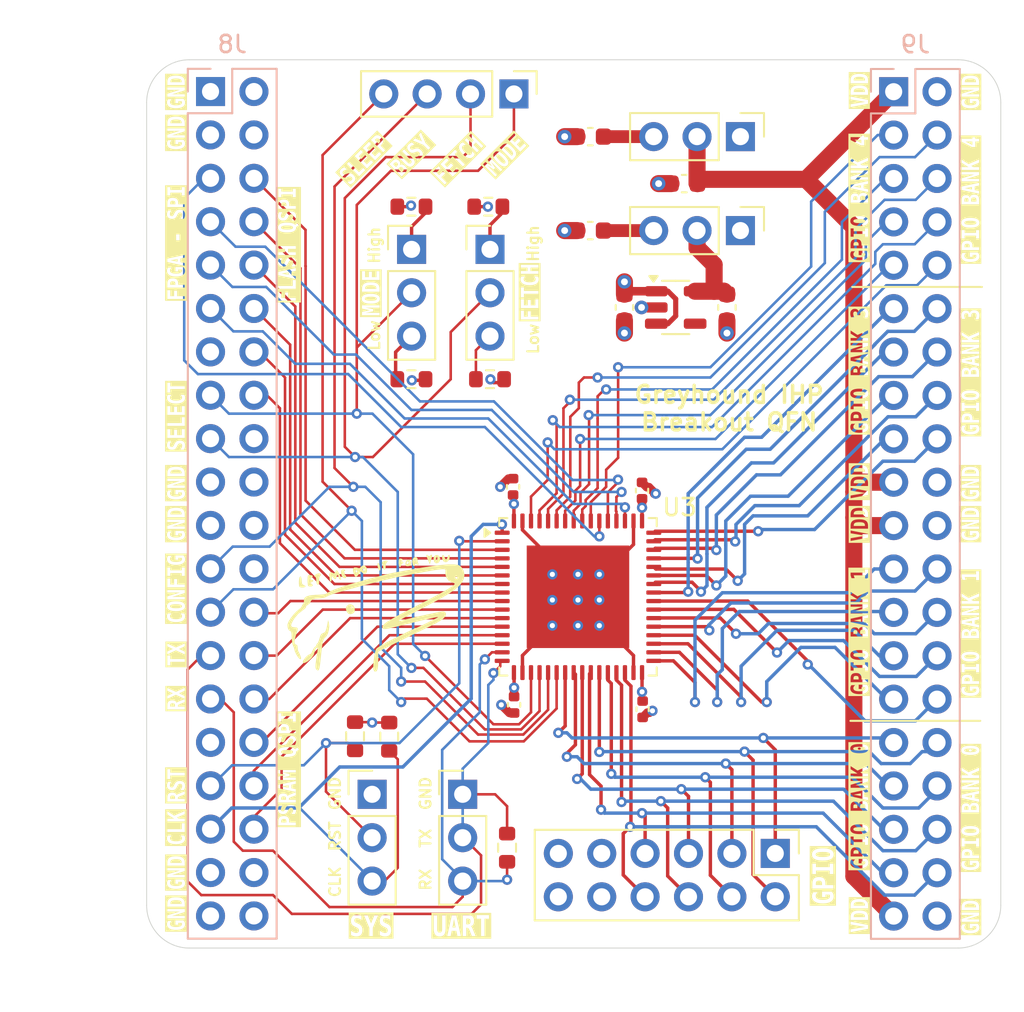
<source format=kicad_pcb>
(kicad_pcb (version 20241229) (generator "pcbnew") (generator_version "9.0")
  (title_block (title "Greyhound IHP Breakout QFN") (date "2025-10-20") (rev "1.0") (comment 1 "(C) 2025 Sylvain Munaut") (comment 2 "(C) 2026 Leo Moser"))
  (layers (0 "F.Cu" signal) (4 "In1.Cu" signal) (6 "In2.Cu" signal) (2 "B.Cu" signal) (13 "F.Paste" user) (15 "B.Paste" user) (5 "F.SilkS" user "F.Silkscreen") (7 "B.SilkS" user "B.Silkscreen") (1 "F.Mask" user) (3 "B.Mask" user) (25 "Edge.Cuts" user))
  (net 0 "")
  (net 1 "GND")
  (net 2 "vddio")
  (net 3 "+3V3")
  (net 4 "+1V2")
  (net 5 "Net-(J5-Pin_2)")
  (net 6 "/FPGA_MODE")
  (net 7 "/FETCH_ENABLE")
  (net 8 "/CONFIG_BUSY")
  (net 9 "/CORE_SLEEP")
  (net 11 "/GPIO2")
  (net 12 "/PSRAM_CS_N")
  (net 13 "/FLASH_IO1")
  (net 14 "/GPIO5")
  (net 15 "/PSRAM_IO1")
  (net 16 "/GPIO21")
  (net 17 "/GPIO27")
  (net 18 "/PSRAM_CLK")
  (net 19 "/GPIO13")
  (net 20 "/GPIO17")
  (net 21 "/RESET")
  (net 22 "/FPGA_CS_N")
  (net 23 "/GPIO7")
  (net 24 "/GPIO22")
  (net 25 "/FLASH_CS_N")
  (net 26 "/GPIO4")
  (net 27 "/GPIO3")
  (net 28 "/GPIO24")
  (net 29 "/PSRAM_IO3")
  (net 30 "/GPIO6")
  (net 31 "/FLASH_CLK")
  (net 32 "/GPIO1")
  (net 33 "/GPIO30")
  (net 34 "/GPIO20")
  (net 35 "/FLASH_IO3")
  (net 36 "/FPGA_MOSI")
  (net 41 "/GPIO18")
  (net 42 "/FPGA_MISO")
  (net 43 "/CLOCK")
  (net 44 "/SER_TX")
  (net 45 "/GPIO23")
  (net 46 "/FLASH_IO2")
  (net 47 "/GPIO9")
  (net 48 "/FPGA_SCLK")
  (net 49 "/GPIO31")
  (net 50 "/GPIO10")
  (net 51 "/GPIO19")
  (net 52 "/GPIO29")
  (net 53 "/FLASH_IO0")
  (net 54 "/GPIO15")
  (net 55 "/GPIO11")
  (net 56 "/SER_RX")
  (net 57 "/PSRAM_IO2")
  (net 58 "/GPIO28")
  (net 59 "/GPIO26")
  (net 60 "/GPIO25")
  (net 61 "/PSRAM_IO0")
  (net 62 "/GPIO16")
  (net 63 "/GPIO14")
  (net 64 "/GPIO0")
  (net 65 "/GPIO8")
  (net 66 "/GPIO12")
  (net 67 "Net-(J12-Pin_3)")
  (net 68 "Net-(J12-Pin_1)")
  (net 69 "Net-(J13-Pin_1)")
  (net 70 "Net-(J13-Pin_3)")
  (footprint "Capacitor_SMD:C_0402_1005Metric" (layer "F.Cu") (at 66.95 43 90)
    (property "Reference" "C5" (hide yes))
    (property "Value" "1u" (hide yes))
  )
  (footprint "Capacitor_SMD:C_0402_1005Metric" (layer "F.Cu") (at 74.535 56.02 -90)
    (property "Reference" "C4" (hide yes))
    (property "Value" "1u" (hide yes))
  )
  (footprint "Capacitor_SMD:C_0603_1608Metric" (layer "F.Cu") (at 71.47 22.5 180)
    (property "Reference" "C8" (hide yes))
    (property "Value" "10u")
  )
  (footprint "Capacitor_SMD:C_0603_1608Metric" (layer "F.Cu") (at 76.97 25.25 180)
    (property "Reference" "C6" (hide yes))
    (property "Value" "10u")
  )
  (footprint "Capacitor_SMD:C_0603_1608Metric" (layer "F.Cu") (at 71.47 28 180)
    (property "Reference" "C10" (hide yes))
    (property "Value" "10u")
  )
  (footprint "Resistor_SMD:R_0603_1608Metric" (layer "F.Cu") (at 61 26.6)
    (property "Reference" "R1" (hide yes))
    (property "Value" "10k")
  )
  (footprint "Capacitor_SMD:C_0603_1608Metric" (layer "F.Cu") (at 73.47 32.5 -90)
    (property "Reference" "C7" (hide yes))
    (property "Value" "10u")
  )
  (footprint "Capacitor_SMD:C_0402_1005Metric" (layer "F.Cu") (at 74.5 43.22 90)
    (property "Reference" "C2" (hide yes))
    (property "Value" "1u")
  )
  (footprint "Package_TO_SOT_SMD:SOT-23-5" (layer "F.Cu") (at 76.47 32.5)
    (property "Reference" "U1" (hide yes))
    (property "Value" "MIC5504-1.2YM5")
  )
  (footprint "Connector_PinHeader_2.54mm:PinHeader_1x03_P2.54mm_Vertical" (layer "F.Cu") (at 80.26 28 -90)
    (property "Reference" "J5" (hide yes))
    (property "Value" "Conn_01x03")
  )
  (footprint "Resistor_SMD:R_0603_1608Metric" (layer "F.Cu") (at 66.6 64.125 90)
    (property "Reference" "R7" (hide yes))
    (property "Value" "10k")
  )
  (footprint "Package_DFN_QFN:QFN-64-1EP_9x9mm_P0.5mm_EP6x6mm" (layer "F.Cu") (at 70.75 49.4375)
    (property "Reference" "U3")
    (property "Value" "Greyhound" (hide yes))
  )
  (footprint "Connector_PinHeader_2.54mm:PinHeader_1x03_P2.54mm_Vertical" (layer "F.Cu") (at 58.7 61)
    (property "Reference" "J3" (hide yes))
    (property "Value" "SYS")
  )
  (footprint "Resistor_SMD:R_0603_1608Metric" (layer "F.Cu") (at 61 36.7)
    (property "Reference" "R2" (hide yes))
    (property "Value" "10k" (hide yes))
  )
  (footprint "LOGO" (layer "F.Cu") (at 59 50.4)
    (property "Reference" "G***" (hide yes))
    (property "Value" "LOGO" (hide yes))
  )
  (footprint "Resistor_SMD:R_0603_1608Metric" (layer "F.Cu") (at 57.7 57.6 90)
    (property "Reference" "R6" (hide yes))
    (property "Value" "10k")
  )
  (footprint "Connector_PinHeader_2.54mm:PinHeader_1x03_P2.54mm_Vertical" (layer "F.Cu") (at 65.6 29.1)
    (property "Reference" "J13" (hide yes))
    (property "Value" "Conn_01x03" (hide yes))
  )
  (footprint "Connector_PinHeader_2.54mm:PinHeader_1x04_P2.54mm_Vertical" (layer "F.Cu") (at 67 20 -90)
    (property "Reference" "J1" (hide yes))
    (property "Value" "Conn_01x04" (hide yes))
  )
  (footprint "Capacitor_SMD:C_0402_1005Metric" (layer "F.Cu") (at 67.01 55.76 -90)
    (property "Reference" "C1" (hide yes))
    (property "Value" "1u")
  )
  (footprint "Connector_PinHeader_2.54mm:PinHeader_1x03_P2.54mm_Vertical" (layer "F.Cu") (at 64 61)
    (property "Reference" "J2" (hide yes))
    (property "Value" "UART")
  )
  (footprint "Connector_PinHeader_2.54mm:PinHeader_1x03_P2.54mm_Vertical" (layer "F.Cu") (at 61.01 29.1)
    (property "Reference" "J12" (hide yes))
    (property "Value" "Conn_01x03" (hide yes))
  )
  (footprint "Resistor_SMD:R_0603_1608Metric" (layer "F.Cu") (at 65.6 36.7)
    (property "Reference" "R4" (hide yes))
    (property "Value" "10k")
  )
  (footprint "Resistor_SMD:R_0603_1608Metric" (layer "F.Cu") (at 65.5 26.6)
    (property "Reference" "R3" (hide yes))
    (property "Value" "10k")
  )
  (footprint "Resistor_SMD:R_0603_1608Metric" (layer "F.Cu") (at 59.7 57.625 90)
    (property "Reference" "R5" (hide yes))
    (property "Value" "10k")
  )
  (footprint "Connector_PinHeader_2.54mm:PinHeader_1x03_P2.54mm_Vertical" (layer "F.Cu") (at 80.26 22.5 -90)
    (property "Reference" "J4" (hide yes))
    (property "Value" "Conn_01x03")
  )
  (footprint "Capacitor_SMD:C_0603_1608Metric" (layer "F.Cu") (at 79.47 32.5 -90)
    (property "Reference" "C9" (hide yes))
    (property "Value" "10u")
  )
  (footprint "Connector_PinHeader_2.54mm:PinHeader_2x06_P2.54mm_Vertical" (layer "F.Cu") (at 82.3 64.46 -90)
    (property "Reference" "J6" (hide yes))
    (property "Value" "Conn_02x06_Odd_Even" (hide yes))
  )
  (footprint "Connector_PinSocket_2.54mm:PinSocket_2x20_P2.54mm_Vertical" (layer "B.Cu") (at 89.23 19.87 180)
    (property "Reference" "J9")
    (property "Value" "CON2")
  )
  (footprint "Connector_PinSocket_2.54mm:PinSocket_2x20_P2.54mm_Vertical" (layer "B.Cu") (at 49.24 19.86 180)
    (property "Reference" "J8")
    (property "Value" "CON1")
  )
  (gr_line (start 86.8 31.3) (end 94.4 31.3) (stroke (width 0.12)) (layer "F.SilkS"))
  (gr_line (start 86.7 56.7) (end 94.3 56.7) (stroke (width 0.12)) (layer "F.SilkS"))
  (gr_line (start 48 70) (end 93 70) (stroke (width 0.05)) (layer "Edge.Cuts"))
  (gr_arc (start 48 70) (mid 46.232233 69.267767) (end 45.5 67.5) (stroke (width 0.05)) (layer "Edge.Cuts"))
  (gr_arc (start 93 18) (mid 94.767767 18.732233) (end 95.5 20.5) (stroke (width 0.05)) (layer "Edge.Cuts"))
  (gr_line (start 95.5 20.5) (end 95.5 67.5) (stroke (width 0.05)) (layer "Edge.Cuts"))
  (gr_arc (start 95.5 67.5) (mid 94.767767 69.267767) (end 93 70) (stroke (width 0.05)) (layer "Edge.Cuts"))
  (gr_arc (start 45.5 20.5) (mid 46.232233 18.732233) (end 48 18) (stroke (width 0.05)) (layer "Edge.Cuts"))
  (gr_line (start 48 18) (end 93 18) (stroke (width 0.05)) (layer "Edge.Cuts"))
  (gr_line (start 45.5 67.5) (end 45.5 20.5) (stroke (width 0.05)) (layer "Edge.Cuts"))
  (gr_text "GND" (at 47.9 23.3 90) (layer "F.SilkS" knockout) (effects (font (size 1 0.8) (thickness 0.127) (bold yes)) (justify left bottom)))
  (gr_text "VDD" (at 87.9 69.1 90) (layer "F.SilkS" knockout) (effects (font (size 1 0.8) (thickness 0.127) (bold yes)) (justify left bottom)))
  (gr_text "GPIO BANK 1" (at 94.4 55.3 90) (layer "F.SilkS" knockout) (effects (font (size 1 0.8) (thickness 0.127) (bold yes)) (justify left bottom)))
  (gr_text "BUSY" (at 60.5 25 45) (layer "F.SilkS" knockout) (effects (font (size 1 0.8) (thickness 0.127) (bold yes)) (justify left bottom)))
  (gr_text "VDD" (at 87.9 20.8 90) (layer "F.SilkS" knockout) (effects (font (size 1 0.8) (thickness 0.127) (bold yes)) (justify left bottom)))
  (gr_text "GND" (at 94.4 69.2 90) (layer "F.SilkS" knockout) (effects (font (size 1 0.8) (thickness 0.127) (bold yes)) (justify left bottom)))
  (gr_text "GPIO BANK 3" (at 87.9 39.9 90) (layer "F.SilkS" knockout) (effects (font (size 1 0.8) (thickness 0.127) (bold yes)) (justify left bottom)))
  (gr_text "GPIO BANK 3" (at 94.4 40 90) (layer "F.SilkS" knockout) (effects (font (size 1 0.8) (thickness 0.127) (bold yes)) (justify left bottom)))
  (gr_text "SLEEP" (at 57.5 25.5 45) (layer "F.SilkS" knockout) (effects (font (size 1 0.8) (thickness 0.127) (bold yes)) (justify left bottom)))
  (gr_text "VDD" (at 87.9 43.7 90) (layer "F.SilkS" knockout) (effects (font (size 1 0.8) (thickness 0.127) (bold yes)) (justify left bottom)))
  (gr_text "SYS" (at 59.9 69.5 0) (layer "F.SilkS" knockout) (effects (font (size 1.2 1) (thickness 0.127) (bold yes)) (justify right bottom)))
  (gr_text "GPIO BANK 0" (at 94.4 65.5 90) (layer "F.SilkS" knockout) (effects (font (size 1 0.8) (thickness 0.127) (bold yes)) (justify left bottom)))
  (gr_text "CLK" (at 47.9 64 90) (layer "F.SilkS" knockout) (effects (font (size 1 0.8) (thickness 0.127) (bold yes)) (justify left bottom)))
  (gr_text "GPIO BANK 0" (at 87.9 65.4 90) (layer "F.SilkS" knockout) (effects (font (size 1 0.8) (thickness 0.127) (bold yes)) (justify left bottom)))
  (gr_text "FPGA - SPI" (at 47.9 32.1 90) (layer "F.SilkS" knockout) (effects (font (size 1 0.8) (thickness 0.127) (bold yes)) (justify left bottom)))
  (gr_text "GND" (at 94.4 20.9 90) (layer "F.SilkS" knockout) (effects (font (size 1 0.8) (thickness 0.127) (bold yes)) (justify left bottom)))
  (gr_text "GPIO BANK 1" (at 87.9 55.2 90) (layer "F.SilkS" knockout) (effects (font (size 1 0.8) (thickness 0.127) (bold yes)) (justify left bottom)))
  (gr_text "High" (at 59.2 30 90) (layer "F.SilkS") (effects (font (size 0.635 0.635) (thickness 0.127) (bold yes)) (justify left bottom)))
  (gr_text "UART" (at 65.6 69.5 0) (layer "F.SilkS" knockout) (effects (font (size 1.2 1) (thickness 0.127) (bold yes)) (justify right bottom)))
  (gr_text "RX" (at 47.9 56.1 90) (layer "F.SilkS" knockout) (effects (font (size 1 0.8) (thickness 0.127) (bold yes)) (justify left bottom)))
  (gr_text "GND" (at 47.9 66.6 90) (layer "F.SilkS" knockout) (effects (font (size 1 0.8) (thickness 0.127) (bold yes)) (justify left bottom)))
  (gr_text "SELECT" (at 47.9 40.9 90) (layer "F.SilkS" knockout) (effects (font (size 1 0.8) (thickness 0.127) (bold yes)) (justify left bottom)))
  (gr_text "GND" (at 47.9 46.2 90) (layer "F.SilkS" knockout) (effects (font (size 1 0.8) (thickness 0.127) (bold yes)) (justify left bottom)))
  (gr_text "GND" (at 62.2 62 90) (layer "F.SilkS") (effects (font (size 0.635 0.635) (thickness 0.127) (bold yes)) (justify left bottom)))
  (gr_text "Low" (at 68.5 35.3 90) (layer "F.SilkS") (effects (font (size 0.635 0.635) (thickness 0.127) (bold yes)) (justify left bottom)))
  (gr_text "MODE" (at 59.3 33 90) (layer "F.SilkS" knockout) (effects (font (size 1 0.8) (thickness 0.127) (bold yes)) (justify left bottom)))
  (gr_text "MODE" (at 66 25 45) (layer "F.SilkS" knockout) (effects (font (size 1 0.8) (thickness 0.127) (bold yes)) (justify left bottom)))
  (gr_text "GND" (at 47.9 69 90) (layer "F.SilkS" knockout) (effects (font (size 1 0.8) (thickness 0.127) (bold yes)) (justify left bottom)))
  (gr_text "GND" (at 47.9 20.9 90) (layer "F.SilkS" knockout) (effects (font (size 1 0.8) (thickness 0.127) (bold yes)) (justify left bottom)))
  (gr_text "PSRAM QSPI\n" (at 54.4 62.9 90) (layer "F.SilkS" knockout) (effects (font (size 1 0.8) (thickness 0.127) (bold yes)) (justify left bottom)))
  (gr_text "TX" (at 47.9 53.5 90) (layer "F.SilkS" knockout) (effects (font (size 1 0.8) (thickness 0.127) (bold yes)) (justify left bottom)))
  (gr_text "High" (at 68.5 29.9 90) (layer "F.SilkS") (effects (font (size 0.635 0.635) (thickness 0.127) (bold yes)) (justify left bottom)))
  (gr_text "GND" (at 94.4 46.2 90) (layer "F.SilkS" knockout) (effects (font (size 1 0.8) (thickness 0.127) (bold yes)) (justify left bottom)))
  (gr_text "Low" (at 59.2 35.1 90) (layer "F.SilkS") (effects (font (size 0.635 0.635) (thickness 0.127) (bold yes)) (justify left bottom)))
  (gr_text "GND" (at 47.9 43.8 90) (layer "F.SilkS" knockout) (effects (font (size 1 0.8) (thickness 0.127) (bold yes)) (justify left bottom)))
  (gr_text "RST" (at 56.9 64.4 90) (layer "F.SilkS") (effects (font (size 0.635 0.635) (thickness 0.127) (bold yes)) (justify left bottom)))
  (gr_text "RST" (at 47.9 61.5 90) (layer "F.SilkS" knockout) (effects (font (size 1 0.8) (thickness 0.127) (bold yes)) (justify left bottom)))
  (gr_text "GPIO BANK 4" (at 87.9 29.8 90) (layer "F.SilkS" knockout) (effects (font (size 1 0.8) (thickness 0.127) (bold yes)) (justify left bottom)))
  (gr_text "FETCH" (at 63 25.5 45) (layer "F.SilkS" knockout) (effects (font (size 1 0.8) (thickness 0.127) (bold yes)) (justify left bottom)))
  (gr_text "RX" (at 62.2 66.7 90) (layer "F.SilkS") (effects (font (size 0.635 0.635) (thickness 0.127) (bold yes)) (justify left bottom)))
  (gr_text "GND" (at 56.9 62 90) (layer "F.SilkS") (effects (font (size 0.635 0.635) (thickness 0.127) (bold yes)) (justify left bottom)))
  (gr_text "CONFIG" (at 47.9 51 90) (layer "F.SilkS" knockout) (effects (font (size 1 0.8) (thickness 0.127) (bold yes)) (justify left bottom)))
  (gr_text "VDD" (at 87.9 46.2 90) (layer "F.SilkS" knockout) (effects (font (size 1 0.8) (thickness 0.127) (bold yes)) (justify left bottom)))
  (gr_text "TX" (at 62.2 64.2 90) (layer "F.SilkS") (effects (font (size 0.635 0.635) (thickness 0.127) (bold yes)) (justify left bottom)))
  (gr_text "FLASH QSPI\n" (at 54.4 32.2 90) (layer "F.SilkS" knockout) (effects (font (size 1 0.8) (thickness 0.127) (bold yes)) (justify left bottom)))
  (gr_text "GND" (at 94.4 43.8 90) (layer "F.SilkS" knockout) (effects (font (size 1 0.8) (thickness 0.127) (bold yes)) (justify left bottom)))
  (gr_text "FETCH" (at 68.6 33.3 90) (layer "F.SilkS" knockout) (effects (font (size 1 0.8) (thickness 0.127) (bold yes)) (justify left bottom)))
  (gr_text "CLK" (at 56.9 67.1 90) (layer "F.SilkS") (effects (font (size 0.635 0.635) (thickness 0.127) (bold yes)) (justify left bottom)))
  (gr_text "GPIO BANK 4" (at 94.4 29.9 90) (layer "F.SilkS" knockout) (effects (font (size 1 0.8) (thickness 0.127) (bold yes)) (justify left bottom)))
  (gr_text "GPIO" (at 85.9 64.1 90) (layer "F.SilkS" knockout) (effects (font (size 1.2 1) (thickness 0.127) (bold yes)) (justify right bottom)))
  (gr_text "Greyhound IHP\nBreakout QFN" (at 79.6 39.8 0) (layer "F.SilkS") (effects (font (size 1 1) (thickness 0.2) (bold yes)) (justify bottom)))
  (segment (start 75.3 43.4) (end 75.211 43.4) (width 0.5) (layer "F.Cu") (net 1))
  (segment (start 75.211 43.33203) (end 74.89797 43.019) (width 0.5) (layer "F.Cu") (net 1))
  (segment (start 74 45) (end 74 46.375) (width 0.2) (layer "F.Cu") (net 1))
  (segment (start 66.225 36.9) (end 66.425 36.7) (width 0.2) (layer "F.Cu") (net 1))
  (segment (start 57.7 56.775) (end 58.675 56.775) (width 0.15) (layer "F.Cu") (net 1))
  (segment (start 67.5 45) (end 67.5 45.520768) (width 0.2) (layer "F.Cu") (net 1))
  (segment (start 74 52.875) (end 70.75 49.625) (width 0.2) (layer "F.Cu") (net 1))
  (segment (start 74.93297 56.221) (end 74.814 56.221) (width 0.5) (layer "F.Cu") (net 1))
  (segment (start 75.3325 32.5) (end 74.47 32.5) (width 0.3) (layer "F.Cu") (net 1))
  (segment (start 75.042137 56.111833) (end 74.93297 56.221) (width 0.5) (layer "F.Cu") (net 1))
  (segment (start 66.6 61.7) (end 65.9 61) (width 0.15) (layer "F.Cu") (net 1))
  (segment (start 66.68 42.52) (end 66.2 43) (width 0.5) (layer "F.Cu") (net 1))
  (segment (start 79.47 33.275) (end 79.47 34) (width 1) (layer "F.Cu") (net 1))
  (segment (start 70.25 49.75) (end 70.5 50) (width 0.25) (layer "F.Cu") (net 1))
  (segment (start 66.26 55.76) (end 66.74 56.24) (width 0.5) (layer "F.Cu") (net 1))
  (segment (start 74.89797 43.019) (end 74.779 43.019) (width 0.5) (layer "F.Cu") (net 1))
  (segment (start 58.675 56.775) (end 58.7 56.8) (width 0.15) (layer "F.Cu") (net 1))
  (segment (start 74.814 56.221) (end 74.535 56.5) (width 0.5) (layer "F.Cu") (net 1))
  (segment (start 67.5 53.875) (end 67.5 52.875) (width 0.2) (layer "F.Cu") (net 1))
  (segment (start 70.75 49.75) (end 70.5 50) (width 0.25) (layer "F.Cu") (net 1))
  (segment (start 61.760967 36.764033) (end 61.825 36.7) (width 0.2) (layer "F.Cu") (net 1))
  (segment (start 75.47 25.25) (end 76.195 25.25) (width 1) (layer "F.Cu") (net 1))
  (segment (start 70.75 48.770768) (end 70.75 49.625) (width 0.2) (layer "F.Cu") (net 1))
  (segment (start 74.779 43.019) (end 74.5 42.74) (width 0.5) (layer "F.Cu") (net 1))
  (segment (start 67.5 45.520768) (end 70.75 48.770768) (width 0.2) (layer "F.Cu") (net 1))
  (segment (start 61.025 36.764033) (end 61.760967 36.764033) (width 0.2) (layer "F.Cu") (net 1))
  (segment (start 69.97 28) (end 70.695 28) (width 1) (layer "F.Cu") (net 1))
  (segment (start 65.625 36.70758) (end 65.81742 36.9) (width 0.2) (layer "F.Cu") (net 1))
  (segment (start 74 53.875) (end 74 52.875) (width 0.2) (layer "F.Cu") (net 1))
  (segment (start 67.5 52.875) (end 70.75 49.625) (width 0.2) (layer "F.Cu") (net 1))
  (segment (start 75.110906 56.111833) (end 75.042137 56.111833) (width 0.5) (layer "F.Cu") (net 1))
  (segment (start 69.97 22.5) (end 70.695 22.5) (width 1) (layer "F.Cu") (net 1))
  (segment (start 68.25 52.25) (end 70.5 50) (width 0.25) (layer "F.Cu") (net 1))
  (segment (start 75.211 43.4) (end 75.211 43.33203) (width 0.5) (layer "F.Cu") (net 1))
  (segment (start 73.47 33.275) (end 73.47 34) (width 1) (layer "F.Cu") (net 1))
  (segment (start 65.81742 36.9) (end 66.225 36.9) (width 0.2) (layer "F.Cu") (net 1))
  (segment (start 66.6 63.3) (end 66.6 61.7) (width 0.15) (layer "F.Cu") (net 1))
  (segment (start 59.7 56.8) (end 58.7 56.8) (width 0.15) (layer "F.Cu") (net 1))
  (segment (start 65.9 61) (end 64 61) (width 0.15) (layer "F.Cu") (net 1))
  (segment (start 74 46.375) (end 70.75 49.625) (width 0.2) (layer "F.Cu") (net 1))
  (via (at 73.47 34) (size 0.8) (drill 0.4) (layers "F.Cu" "B.Cu") (net 1))
  (via (at 70.75 51.125) (size 0.6) (drill 0.3) (layers "F.Cu" "B.Cu") (net 1))
  (via (at 66.2 43) (size 0.6) (drill 0.3) (layers "F.Cu" "B.Cu") (net 1))
  (via (at 69.97 28) (size 0.8) (drill 0.4) (layers "F.Cu" "B.Cu") (net 1))
  (via (at 65.625 36.70758) (size 0.6) (drill 0.3) (layers "F.Cu" "B.Cu") (net 1))
  (via (at 61.025 36.764033) (size 0.6) (drill 0.3) (layers "F.Cu" "B.Cu") (net 1))
  (via (at 66.26 55.76) (size 0.6) (drill 0.3) (layers "F.Cu" "B.Cu") (net 1))
  (via (at 72 48.125) (size 0.6) (drill 0.3) (layers "F.Cu" "B.Cu") (net 1))
  (via (at 58.7 56.8) (size 0.6) (drill 0.3) (layers "F.Cu" "B.Cu") (net 1))
  (via (at 69.25 51.125) (size 0.6) (drill 0.3) (layers "F.Cu" "B.Cu") (net 1))
  (via (at 72 49.625) (size 0.6) (drill 0.3) (layers "F.Cu" "B.Cu") (net 1))
  (via (at 75.3 43.4) (size 0.6) (drill 0.3) (layers "F.Cu" "B.Cu") (net 1))
  (via (at 75.110906 56.111833) (size 0.6) (drill 0.3) (layers "F.Cu" "B.Cu") (net 1))
  (via (at 74.47 32.5) (size 0.8) (drill 0.4) (layers "F.Cu" "B.Cu") (net 1))
  (via (at 69.97 22.5) (size 0.8) (drill 0.4) (layers "F.Cu" "B.Cu") (net 1))
  (via (at 70.75 49.625) (size 0.6) (drill 0.3) (layers "F.Cu" "B.Cu") (net 1))
  (via (at 70.75 48.125) (size 0.6) (drill 0.3) (layers "F.Cu" "B.Cu") (net 1))
  (via (at 75.47 25.25) (size 0.8) (drill 0.4) (layers "F.Cu" "B.Cu") (net 1))
  (via (at 79.47 34) (size 0.8) (drill 0.4) (layers "F.Cu" "B.Cu") (net 1))
  (via (at 69.25 48.125) (size 0.6) (drill 0.3) (layers "F.Cu" "B.Cu") (net 1))
  (via (at 72 51.125) (size 0.6) (drill 0.3) (layers "F.Cu" "B.Cu") (net 1))
  (via (at 69.25 49.625) (size 0.6) (drill 0.3) (layers "F.Cu" "B.Cu") (net 1))
  (segment (start 89.23 68.13) (end 86.9 65.8) (width 1) (layer "F.Cu") (net 2))
  (segment (start 86.9 65.8) (end 86.9 44.8) (width 1) (layer "F.Cu") (net 2))
  (segment (start 87.37 45.27) (end 86.9 44.8) (width 1) (layer "F.Cu") (net 2))
  (segment (start 89.23 45.27) (end 87.37 45.27) (width 1) (layer "F.Cu") (net 2))
  (segment (start 77.995 25) (end 84.1 25) (width 1) (layer "F.Cu") (net 2))
  (segment (start 87.47 42.73) (end 86.9 43.3) (width 1) (layer "F.Cu") (net 2))
  (segment (start 86.9 27.8) (end 84.1 25) (width 1) (layer "F.Cu") (net 2))
  (segment (start 86.9 43.3) (end 86.9 27.8) (width 1) (layer "F.Cu") (net 2))
  (segment (start 77.745 25.25) (end 77.995 25) (width 1) (layer "F.Cu") (net 2))
  (segment (start 89.23 42.73) (end 87.47 42.73) (width 1) (layer "F.Cu") (net 2))
  (segment (start 77.72 25.225) (end 77.745 25.25) (width 1) (layer "F.Cu") (net 2))
  (segment (start 77.72 22.5) (end 77.72 25.225) (width 1) (layer "F.Cu") (net 2))
  (segment (start 86.9 44.8) (end 86.9 43.3) (width 1) (layer "F.Cu") (net 2))
  (segment (start 84.1 25) (end 89.23 19.87) (width 1) (layer "F.Cu") (net 2))
  (segment (start 76.02 33.45) (end 76.47 33) (width 0.3) (layer "F.Cu") (net 3))
  (segment (start 67.01 54.76) (end 67.01 53.885) (width 0.2) (layer "F.Cu") (net 3))
  (segment (start 75.3325 31.55) (end 73.645 31.55) (width 0.5) (layer "F.Cu") (net 3))
  (segment (start 60.911562 26.6) (end 60.175 26.6) (width 0.2) (layer "F.Cu") (net 3))
  (segment (start 76.02 31.55) (end 75.3325 31.55) (width 0.3) (layer "F.Cu") (net 3))
  (segment (start 67.01 55.28) (end 67.01 54.76) (width 0.5) (layer "F.Cu") (net 3))
  (segment (start 74.5 43.7) (end 74.5 44.22) (width 0.5) (layer "F.Cu") (net 3))
  (segment (start 65.475 26.6) (end 64.675 26.6) (width 0.2) (layer "F.Cu") (net 3))
  (segment (start 60.975 26.536562) (end 60.911562 26.6) (width 0.2) (layer "F.Cu") (net 3))
  (segment (start 75.18 22.5) (end 72.245 22.5) (width 0.75) (layer "F.Cu") (net 3))
  (segment (start 73.47 31) (end 73.47 31.725) (width 1) (layer "F.Cu") (net 3))
  (segment (start 73.645 31.55) (end 73.47 31.725) (width 0.5) (layer "F.Cu") (net 3))
  (segment (start 76.47 33) (end 76.47 32) (width 0.3) (layer "F.Cu") (net 3))
  (segment (start 75.3325 33.45) (end 76.02 33.45) (width 0.3) (layer "F.Cu") (net 3))
  (segment (start 74.5 44.22) (end 74.5 45) (width 0.2) (layer "F.Cu") (net 3))
  (segment (start 76.47 32) (end 76.02 31.55) (width 0.3) (layer "F.Cu") (net 3))
  (segment (start 67.01 53.885) (end 67 53.875) (width 0.2) (layer "F.Cu") (net 3))
  (via (at 67.01 54.76) (size 0.6) (drill 0.3) (layers "F.Cu" "B.Cu") (net 3))
  (via (at 60.975 26.536562) (size 0.6) (drill 0.3) (layers "F.Cu" "B.Cu") (net 3))
  (via (at 73.47 31) (size 0.8) (drill 0.4) (layers "F.Cu" "B.Cu") (net 3))
  (via (at 74.5 44.22) (size 0.6) (drill 0.3) (layers "F.Cu" "B.Cu") (net 3))
  (via (at 65.475 26.6) (size 0.6) (drill 0.3) (layers "F.Cu" "B.Cu") (net 3))
  (segment (start 75.18 28) (end 72.245 28) (width 0.75) (layer "F.Cu") (net 4))
  (segment (start 74.535 55.54) (end 74.535 55.035) (width 0.2) (layer "F.Cu") (net 4))
  (segment (start 74.535 55.035) (end 74.5 55) (width 0.2) (layer "F.Cu") (net 4))
  (segment (start 66.95 43.95) (end 67 44) (width 0.2) (layer "F.Cu") (net 4))
  (segment (start 66.95 43.48) (end 66.95 43.95) (width 0.2) (layer "F.Cu") (net 4))
  (segment (start 67 45) (end 67 44) (width 0.2) (layer "F.Cu") (net 4))
  (segment (start 74.5 55) (end 74.5 53.875) (width 0.2) (layer "F.Cu") (net 4))
  (via (at 67 44) (size 0.6) (drill 0.3) (layers "F.Cu" "B.Cu") (net 4))
  (via (at 74.5 55) (size 0.6) (drill 0.3) (layers "F.Cu" "B.Cu") (net 4))
  (segment (start 77.72 29) (end 78.72 30) (width 1) (layer "F.Cu") (net 5))
  (segment (start 79.295 31.55) (end 79.47 31.725) (width 1) (layer "F.Cu") (net 5))
  (segment (start 78.72 31.55) (end 79.295 31.55) (width 1) (layer "F.Cu") (net 5))
  (segment (start 78.72 30) (end 78.72 31.55) (width 1) (layer "F.Cu") (net 5))
  (segment (start 77.72 28) (end 77.72 29) (width 1) (layer "F.Cu") (net 5))
  (segment (start 77.6075 31.55) (end 78.72 31.55) (width 1) (layer "F.Cu") (net 5))
  (segment (start 65.8 56.9) (end 61.8 52.9) (width 0.15) (layer "F.Cu") (net 6))
  (segment (start 68 56.2) (end 67.3 56.9) (width 0.15) (layer "F.Cu") (net 6))
  (segment (start 57.8 34.85) (end 57.8 26.5) (width 0.15) (layer "F.Cu") (net 6))
  (segment (start 64.9 24.5) (end 67 22.4) (width 0.15) (layer "F.Cu") (net 6))
  (segment (start 67.3 56.9) (end 65.8 56.9) (width 0.15) (layer "F.Cu") (net 6))
  (segment (start 68 53.875) (end 68 56.2) (width 0.15) (layer "F.Cu") (net 6))
  (segment (start 57.8 26.5) (end 59.8 24.5) (width 0.15) (layer "F.Cu") (net 6))
  (segment (start 61.01 31.64) (end 57.8 34.85) (width 0.15) (layer "F.Cu") (net 6))
  (segment (start 57.8 38.716) (end 57.8 34.85) (width 0.15) (layer "F.Cu") (net 6))
  (segment (start 67 22.4) (end 67 20) (width 0.15) (layer "F.Cu") (net 6))
  (segment (start 59.8 24.5) (end 64.9 24.5) (width 0.15) (layer "F.Cu") (net 6))
  (via (at 57.8 38.716) (size 0.6) (drill 0.3) (layers "F.Cu" "B.Cu") (net 6))
  (via (at 61.8 52.9) (size 0.6) (drill 0.3) (layers "F.Cu" "B.Cu") (net 6))
  (segment (start 57.7 38.716) (end 50.316 38.716) (width 0.15) (layer "B.Cu") (net 6))
  (segment (start 58.716 38.716) (end 57.7 38.716) (width 0.15) (layer "B.Cu") (net 6))
  (segment (start 57.7 38.716) (end 57.8 38.716) (width 0.15) (layer "B.Cu") (net 6))
  (segment (start 61.1 52.2) (end 61.1 41.1) (width 0.15) (layer "B.Cu") (net 6))
  (segment (start 61.1 41.1) (end 58.716 38.716) (width 0.15) (layer "B.Cu") (net 6))
  (segment (start 61.8 52.9) (end 61.1 52.2) (width 0.15) (layer "B.Cu") (net 6))
  (segment (start 50.316 38.716) (end 49.24 37.64) (width 0.15) (layer "B.Cu") (net 6))
  (segment (start 57.1 40.656) (end 57.1 26.1) (width 0.15) (layer "F.Cu") (net 7))
  (segment (start 65.301 57.201) (end 62.7 54.6) (width 0.15) (layer "F.Cu") (net 7))
  (segment (start 68.5 56.125678) (end 67.424678 57.201) (width 0.15) (layer "F.Cu") (net 7))
  (segment (start 63.3 33.94) (end 63.3 36.7) (width 0.15) (layer "F.Cu") (net 7))
  (segment (start 57.7 41.256) (end 57.1 40.656) (width 0.15) (layer "F.Cu") (net 7))
  (segment (start 63.3 36.7) (end 58.744 41.256) (width 0.15) (layer "F.Cu") (net 7))
  (segment (start 62.7 54.6) (end 61.7 53.6) (width 0.15) (layer "F.Cu") (net 7))
  (segment (start 67.424678 57.201) (end 65.301 57.201) (width 0.15) (layer "F.Cu") (net 7))
  (segment (start 68.5 53.875) (end 68.5 56.125678) (width 0.15) (layer "F.Cu") (net 7))
  (segment (start 64.46 23.24) (end 64.46 20) (width 0.15) (layer "F.Cu") (net 7))
  (segment (start 65.6 31.64) (end 63.3 33.94) (width 0.15) (layer "F.Cu") (net 7))
  (segment (start 64 23.7) (end 64.46 23.24) (width 0.15) (layer "F.Cu") (net 7))
  (segment (start 58.744 41.256) (end 57.7 41.256) (width 0.15) (layer "F.Cu") (net 7))
  (segment (start 61.7 53.6) (end 61 53.6) (width 0.15) (layer "F.Cu") (net 7))
  (segment (start 57.1 26.1) (end 59.5 23.7) (width 0.15) (layer "F.Cu") (net 7))
  (segment (start 59.5 23.7) (end 64 23.7) (width 0.15) (layer "F.Cu") (net 7))
  (via (at 57.7 41.256) (size 0.6) (drill 0.3) (layers "F.Cu" "B.Cu") (net 7))
  (via (at 61 53.6) (size 0.6) (drill 0.3) (layers "F.Cu" "B.Cu") (net 7))
  (segment (start 61 53.6) (end 60.2 52.8) (width 0.15) (layer "B.Cu") (net 7))
  (segment (start 50.316 41.256) (end 49.24 40.18) (width 0.15) (layer "B.Cu") (net 7))
  (segment (start 60.2 43.3) (end 58.156 41.256) (width 0.15) (layer "B.Cu") (net 7))
  (segment (start 60.2 52.8) (end 60.2 43.3) (width 0.15) (layer "B.Cu") (net 7))
  (segment (start 58.156 41.256) (end 50.316 41.256) (width 0.15) (layer "B.Cu") (net 7))
  (segment (start 57.6 43) (end 56.5 41.9) (width 0.15) (layer "F.Cu") (net 8))
  (segment (start 56.5 25.42) (end 61.92 20) (width 0.15) (layer "F.Cu") (net 8))
  (segment (start 67.549356 57.502) (end 64.902 57.502) (width 0.15) (layer "F.Cu") (net 8))
  (segment (start 69 53.875) (end 69 56.051356) (width 0.15) (layer "F.Cu") (net 8))
  (segment (start 56.5 41.9) (end 56.5 25.42) (width 0.15) (layer "F.Cu") (net 8))
  (segment (start 64.902 57.502) (end 62.3 54.9) (width 0.15) (layer "F.Cu") (net 8))
  (segment (start 62.3 54.9) (end 61.8 54.4) (width 0.15) (layer "F.Cu") (net 8))
  (segment (start 61.8 54.4) (end 60.4 54.4) (width 0.15) (layer "F.Cu") (net 8))
  (segment (start 69 56.051356) (end 67.549356 57.502) (width 0.15) (layer "F.Cu") (net 8))
  (via (at 60.4 54.4) (size 0.6) (drill 0.3) (layers "F.Cu" "B.Cu") (net 8))
  (via (at 57.6 43) (size 0.6) (drill 0.3) (layers "F.Cu" "B.Cu") (net 8))
  (segment (start 59.2 43.9) (end 58.3 43) (width 0.15) (layer "B.Cu") (net 8))
  (segment (start 50.54 46.5) (end 49.24 47.8) (width 0.15) (layer "B.Cu") (net 8))
  (segment (start 52.7 46.5) (end 50.54 46.5) (width 0.15) (layer "B.Cu") (net 8))
  (segment (start 56.2 43) (end 52.7 46.5) (width 0.15) (layer "B.Cu") (net 8))
  (segment (start 58.3 43) (end 56.2 43) (width 0.15) (layer "B.Cu") (net 8))
  (segment (start 59.2 52.4) (end 59.2 43.9) (width 0.15) (layer "B.Cu") (net 8))
  (segment (start 60.4 53.6) (end 59.2 52.4) (width 0.15) (layer "B.Cu") (net 8))
  (segment (start 60.4 54.4) (end 60.4 53.6) (width 0.15) (layer "B.Cu") (net 8))
  (segment (start 60.6 55.4) (end 60.4 55.6) (width 0.15) (layer "F.Cu") (net 9))
  (segment (start 57.5 44.4) (end 55.8 42.7) (width 0.15) (layer "F.Cu") (net 9))
  (segment (start 67.577034 57.9) (end 64.4 57.9) (width 0.15) (layer "F.Cu") (net 9))
  (segment (start 69.5 53.875) (end 69.5 55.977034) (width 0.15) (layer "F.Cu") (net 9))
  (segment (start 55.8 23.58) (end 59.38 20) (width 0.15) (layer "F.Cu") (net 9))
  (segment (start 55.8 42.7) (end 55.8 23.58) (width 0.15) (layer "F.Cu") (net 9))
  (segment (start 64.4 57.9) (end 61.9 55.4) (width 0.15) (layer "F.Cu") (net 9))
  (segment (start 61.8 55.4) (end 60.6 55.4) (width 0.15) (layer "F.Cu") (net 9))
  (segment (start 61.9 55.4) (end 61.8 55.4) (width 0.15) (layer "F.Cu") (net 9))
  (segment (start 69.5 55.977034) (end 67.577034 57.9) (width 0.15) (layer "F.Cu") (net 9))
  (via (at 57.5 44.4) (size 0.6) (drill 0.3) (layers "F.Cu" "B.Cu") (net 9))
  (via (at 60.4 55.6) (size 0.6) (drill 0.3) (layers "F.Cu" "B.Cu") (net 9))
  (segment (start 60.4 55.6) (end 59.7 54.9) (width 0.15) (layer "B.Cu") (net 9))
  (segment (start 50.58 49) (end 52.9 49) (width 0.15) (layer "B.Cu") (net 9))
  (segment (start 59.7 54.9) (end 59.7 53.5) (width 0.15) (layer "B.Cu") (net 9))
  (segment (start 58.1 51.9) (end 58.1 45) (width 0.15) (layer "B.Cu") (net 9))
  (segment (start 49.24 50.34) (end 50.58 49) (width 0.15) (layer "B.Cu") (net 9))
  (segment (start 58.1 45) (end 57.5 44.4) (width 0.15) (layer "B.Cu") (net 9))
  (segment (start 59.7 53.5) (end 58.1 51.9) (width 0.15) (layer "B.Cu") (net 9))
  (segment (start 52.9 49) (end 57.5 44.4) (width 0.15) (layer "B.Cu") (net 9))
  (segment (start 70.7 60.1) (end 71 59.8) (width 0.2) (layer "F.Cu") (net 11))
  (segment (start 77.22 64.46) (end 77.22 61.12) (width 0.2) (layer "F.Cu") (net 11))
  (segment (start 77.22 61.12) (end 76.8 60.7) (width 0.2) (layer "F.Cu") (net 11))
  (segment (start 71 59.8) (end 71 53.875) (width 0.2) (layer "F.Cu") (net 11))
  (via (at 70.7 60.1) (size 0.6) (drill 0.3) (layers "F.Cu" "B.Cu") (net 11))
  (via (at 76.8 60.7) (size 0.6) (drill 0.3) (layers "F.Cu" "B.Cu") (net 11))
  (segment (start 88.65 63.05) (end 89.23 63.05) (width 0.2) (layer "B.Cu") (net 11))
  (segment (start 70.7 60.1) (end 70.9 60.1) (width 0.2) (layer "B.Cu") (net 11))
  (segment (start 76.8 60.7) (end 86.3 60.7) (width 0.2) (layer "B.Cu") (net 11))
  (segment (start 71.5 60.7) (end 76.8 60.7) (width 0.2) (layer "B.Cu") (net 11))
  (segment (start 86.3 60.7) (end 88.65 63.05) (width 0.2) (layer "B.Cu") (net 11))
  (segment (start 70.9 60.1) (end 71.5 60.7) (width 0.2) (layer "B.Cu") (net 11))
  (segment (start 66.3125 50.1875) (end 55.8125 50.1875) (width 0.15) (layer "F.Cu") (net 12))
  (segment (start 53.12 52.88) (end 51.78 52.88) (width 0.15) (layer "F.Cu") (net 12))
  (segment (start 55.8125 50.1875) (end 53.12 52.88) (width 0.15) (layer "F.Cu") (net 12))
  (segment (start 66.3125 48.1875) (end 56.5875 48.1875) (width 0.15) (layer "F.Cu") (net 13))
  (segment (start 53.902 34.682) (end 51.78 32.56) (width 0.15) (layer "F.Cu") (net 13))
  (segment (start 56.5875 48.1875) (end 53.902 45.502) (width 0.15) (layer "F.Cu") (net 13))
  (segment (start 53.902 45.502) (end 53.902 34.682) (width 0.15) (layer "F.Cu") (net 13))
  (segment (start 79.76 67) (end 78.5 65.74) (width 0.2) (layer "F.Cu") (net 14))
  (segment (start 78.5 60.3) (end 78.2 60) (width 0.2) (layer "F.Cu") (net 14))
  (segment (start 72.5 54.312499) (end 72.5 53.875) (width 0.2) (layer "F.Cu") (net 14))
  (segment (start 78.5 65.74) (end 78.5 60.3) (width 0.2) (layer "F.Cu") (net 14))
  (segment (start 72.7 59.8) (end 72.7 54.512499) (width 0.2) (layer "F.Cu") (net 14))
  (segment (start 72.7 54.512499) (end 72.5 54.312499) (width 0.2) (layer "F.Cu") (net 14))
  (via (at 72.7 59.8) (size 0.6) (drill 0.3) (layers "F.Cu" "B.Cu") (net 14))
  (via (at 78.2 60) (size 0.6) (drill 0.3) (layers "F.Cu" "B.Cu") (net 14))
  (segment (start 72.9 60) (end 78.2 60) (width 0.2) (layer "B.Cu") (net 14))
  (segment (start 78.2 60) (end 86.8 60) (width 0.2) (layer "B.Cu") (net 14))
  (segment (start 91.46 60.82) (end 91.77 60.51) (width 0.2) (layer "B.Cu") (net 14))
  (segment (start 90.7 61.8) (end 91.46 61.04) (width 0.2) (layer "B.Cu") (net 14))
  (segment (start 88.6 61.8) (end 90.7 61.8) (width 0.2) (layer "B.Cu") (net 14))
  (segment (start 86.8 60) (end 88.6 61.8) (width 0.2) (layer "B.Cu") (net 14))
  (segment (start 91.46 61.04) (end 91.46 60.82) (width 0.2) (layer "B.Cu") (net 14))
  (segment (start 72.7 59.8) (end 72.9 60) (width 0.2) (layer "B.Cu") (net 14))
  (segment (start 52.24 57.96) (end 51.78 57.96) (width 0.15) (layer "F.Cu") (net 15))
  (segment (start 59.0125 51.1875) (end 52.24 57.96) (width 0.15) (layer "F.Cu") (net 15))
  (segment (start 66.3125 51.1875) (end 59.0125 51.1875) (width 0.15) (layer "F.Cu") (net 15))
  (segment (start 78.751 46.6) (end 78.851 46.7) (width 0.2) (layer "F.Cu") (net 16))
  (segment (start 75.1875 46.6875) (end 75.275 46.6) (width 0.2) (layer "F.Cu") (net 16))
  (segment (start 75.275 46.6) (end 78.751 46.6) (width 0.2) (layer "F.Cu") (net 16))
  (via (at 78.851 46.7) (size 0.6) (drill 0.3) (layers "F.Cu" "B.Cu") (net 16))
  (segment (start 82.6 42.3) (end 81.2 42.3) (width 0.2) (layer "B.Cu") (net 16))
  (segment (start 78.851 44.649) (end 78.851 46.7) (width 0.2) (layer "B.Cu") (net 16))
  (segment (start 91.77 35.11) (end 90.331 36.549) (width 0.2) (layer "B.Cu") (net 16))
  (segment (start 81.2 42.3) (end 78.851 44.649) (width 0.2) (layer "B.Cu") (net 16))
  (segment (start 90.331 36.549) (end 88.351 36.549) (width 0.2) (layer "B.Cu") (net 16))
  (segment (start 88.351 36.549) (end 82.6 42.3) (width 0.2) (layer "B.Cu") (net 16))
  (segment (start 70 44.4) (end 70 45) (width 0.15) (layer "F.Cu") (net 17))
  (segment (start 70.875 42.947966) (end 70.597 43.225966) (width 0.15) (layer "F.Cu") (net 17))
  (segment (start 70.597 43.803) (end 70 44.4) (width 0.15) (layer "F.Cu") (net 17))
  (segment (start 70.875 40.2) (end 70.875 42.947966) (width 0.15) (layer "F.Cu") (net 17))
  (segment (start 70.597 43.225966) (end 70.597 43.803) (width 0.15) (layer "F.Cu") (net 17))
  (via (at 70.875 40.2) (size 0.6) (drill 0.3) (layers "F.Cu" "B.Cu") (net 17))
  (segment (start 70.875 40.2) (end 78.8 40.2) (width 0.15) (layer "B.Cu") (net 17))
  (segment (start 88.97 30.03) (end 89.23 30.03) (width 0.15) (layer "B.Cu") (net 17))
  (segment (start 78.8 40.2) (end 88.97 30.03) (width 0.15) (layer "B.Cu") (net 17))
  (segment (start 66.3125 49.6875) (end 53.9125 49.6875) (width 0.15) (layer "F.Cu") (net 18))
  (segment (start 51.84 50.4) (end 51.78 50.34) (width 0.15) (layer "F.Cu") (net 18))
  (segment (start 53.2 50.4) (end 51.84 50.4) (width 0.15) (layer "F.Cu") (net 18))
  (segment (start 53.9125 49.6875) (end 53.2 50.4) (width 0.15) (layer "F.Cu") (net 18))
  (segment (start 79.075 50.675) (end 75.2 50.675) (width 0.2) (layer "F.Cu") (net 19))
  (segment (start 75.2 50.675) (end 75.1875 50.6875) (width 0.2) (layer "F.Cu") (net 19))
  (segment (start 80 51.6) (end 79.075 50.675) (width 0.2) (layer "F.Cu") (net 19))
  (via (at 80 51.6) (size 0.6) (drill 0.3) (layers "F.Cu" "B.Cu") (net 19))
  (segment (start 81.3 51.6) (end 81.9 51) (width 0.2) (layer "B.Cu") (net 19))
  (segment (start 88.1 51.6) (end 90.52 51.6) (width 0.2) (layer "B.Cu") (net 19))
  (segment (start 90.52 51.6) (end 91.77 50.35) (width 0.2) (layer "B.Cu") (net 19))
  (segment (start 87.5 51) (end 88.1 51.6) (width 0.2) (layer "B.Cu") (net 19))
  (segment (start 81.9 51) (end 87.5 51) (width 0.2) (layer "B.Cu") (net 19))
  (segment (start 80 51.6) (end 81.3 51.6) (width 0.2) (layer "B.Cu") (net 19))
  (segment (start 77.950003 49.108271) (end 77.950003 49.1375) (width 0.2) (layer "F.Cu") (net 20))
  (segment (start 75.2885 48.5865) (end 77.428232 48.5865) (width 0.2) (layer "F.Cu") (net 20))
  (segment (start 77.428232 48.5865) (end 77.950003 49.108271) (width 0.2) (layer "F.Cu") (net 20))
  (segment (start 75.1875 48.6875) (end 75.2885 48.5865) (width 0.2) (layer "F.Cu") (net 20))
  (via (at 77.950003 49.1375) (size 0.6) (drill 0.3) (layers "F.Cu" "B.Cu") (net 20))
  (segment (start 78.301 46.470768) (end 78.301 46.1) (width 0.2) (layer "B.Cu") (net 20))
  (segment (start 78.301 46.1) (end 78.3 46.099) (width 0.2) (layer "B.Cu") (net 20))
  (segment (start 82.2 41.6) (end 88.69 35.11) (width 0.2) (layer "B.Cu") (net 20))
  (segment (start 78.3 46.099) (end 78.3 44.2) (width 0.2) (layer "B.Cu") (net 20))
  (segment (start 78.3 46.471768) (end 78.301 46.470768) (width 0.2) (layer "B.Cu") (net 20))
  (segment (start 78.301 48.786503) (end 78.301 46.929232) (width 0.2) (layer "B.Cu") (net 20))
  (segment (start 78.301 46.929232) (end 78.3 46.928232) (width 0.2) (layer "B.Cu") (net 20))
  (segment (start 77.950003 49.1375) (end 78.301 48.786503) (width 0.2) (layer "B.Cu") (net 20))
  (segment (start 88.69 35.11) (end 89.23 35.11) (width 0.2) (layer "B.Cu") (net 20))
  (segment (start 78.3 46.928232) (end 78.3 46.471768) (width 0.2) (layer "B.Cu") (net 20))
  (segment (start 80.9 41.6) (end 82.2 41.6) (width 0.2) (layer "B.Cu") (net 20))
  (segment (start 78.3 44.2) (end 80.9 41.6) (width 0.2) (layer "B.Cu") (net 20))
  (segment (start 58.79 63.45) (end 58.7 63.54) (width 0.15) (layer "F.Cu") (net 21))
  (segment (start 58.66 63.5) (end 58.7 63.5) (width 0.15) (layer "F.Cu") (net 21))
  (segment (start 63.825 46.1875) (end 63.8 46.1625) (width 0.15) (layer "F.Cu") (net 21))
  (segment (start 56 58) (end 57.275 58) (width 0.15) (layer "F.Cu") (net 21))
  (segment (start 58.5 63.8) (end 58.5 63.7) (width 0.2) (layer "F.Cu") (net 21))
  (segment (start 56 60.84) (end 58.66 63.5) (width 0.15) (layer "F.Cu") (net 21))
  (segment (start 58.5 63.7) (end 58.7 63.5) (width 0.2) (layer "F.Cu") (net 21))
  (segment (start 56 58) (end 56 60.84) (width 0.15) (layer "F.Cu") (net 21))
  (segment (start 57.275 58) (end 57.7 58.425) (width 0.15) (layer "F.Cu") (net 21))
  (segment (start 66.3125 46.1875) (end 63.825 46.1875) (width 0.15) (layer "F.Cu") (net 21))
  (via (at 56 58) (size 0.6) (drill 0.3) (layers "F.Cu" "B.Cu") (net 21))
  (via (at 63.8 46.1625) (size 0.6) (drill 0.3) (layers "F.Cu" "B.Cu") (net 21))
  (segment (start 60.3 58) (end 63.8 54.5) (width 0.15) (layer "B.Cu") (net 21))
  (segment (start 50.5 59.3) (end 49.3 60.5) (width 0.15) (layer "B.Cu") (net 21))
  (segment (start 54.7 59.3) (end 50.5 59.3) (width 0.15) (layer "B.Cu") (net 21))
  (segment (start 49.3 60.5) (end 49.24 60.5) (width 0.15) (layer "B.Cu") (net 21))
  (segment (start 56 58) (end 60.3 58) (width 0.15) (layer "B.Cu") (net 21))
  (segment (start 56 58) (end 54.7 59.3) (width 0.15) (layer "B.Cu") (net 21))
  (segment (start 63.8 54.5) (end 63.8 46.1625) (width 0.15) (layer "B.Cu") (net 21))
  (segment (start 72.5 43.325678) (end 72.5 45) (width 0.15) (layer "F.Cu") (net 22))
  (segment (start 73.1 42.584896) (end 73.1 42.725678) (width 0.15) (layer "F.Cu") (net 22))
  (segment (start 73.093958 42.578854) (end 73.1 42.584896) (width 0.15) (layer "F.Cu") (net 22))
  (segment (start 73.1 42.725678) (end 72.5 43.325678) (width 0.15) (layer "F.Cu") (net 22))
  (via (at 73.093958 42.578854) (size 0.6) (drill 0.3) (layers "F.Cu" "B.Cu") (net 22))
  (segment (start 50.704 28.944) (end 49.24 27.48) (width 0.15) (layer "B.Cu") (net 22))
  (segment (start 73.072812 42.6) (end 70.431123 42.6) (width 0.15) (layer "B.Cu") (net 22))
  (segment (start 65.831123 38) (end 61.5 38) (width 0.15) (layer "B.Cu") (net 22))
  (segment (start 61.5 38) (end 52.444 28.944) (width 0.15) (layer "B.Cu") (net 22))
  (segment (start 73.093958 42.578854) (end 73.072812 42.6) (width 0.15) (layer "B.Cu") (net 22))
  (segment (start 52.444 28.944) (end 50.704 28.944) (width 0.15) (layer "B.Cu") (net 22))
  (segment (start 70.431123 42.6) (end 65.831123 38) (width 0.15) (layer "B.Cu") (net 22))
  (segment (start 73.851 54.66711) (end 73.851 62.849) (width 0.2) (layer "F.Cu") (net 23))
  (segment (start 74.68 67) (end 73.4 65.72) (width 0.2) (layer "F.Cu") (net 23))
  (segment (start 73.4 65.72) (end 73.4 63.3) (width 0.2) (layer "F.Cu") (net 23))
  (segment (start 73.851 62.849) (end 73.8 62.9) (width 0.2) (layer "F.Cu") (net 23))
  (segment (start 73.5 53.875) (end 73.5 54.31611) (width 0.2) (layer "F.Cu") (net 23))
  (segment (start 73.4 63.3) (end 73.8 62.9) (width 0.2) (layer "F.Cu") (net 23))
  (segment (start 73.5 54.31611) (end 73.851 54.66711) (width 0.2) (layer "F.Cu") (net 23))
  (via (at 73.8 62.9) (size 0.6) (drill 0.3) (layers "F.Cu" "B.Cu") (net 23))
  (segment (start 84.7 62.9) (end 88.7 66.9) (width 0.2) (layer "B.Cu") (net 23))
  (segment (start 88.7 66.9) (end 90.46 66.9) (width 0.2) (layer "B.Cu") (net 23))
  (segment (start 73.8 62.9) (end 84.7 62.9) (width 0.2) (layer "B.Cu") (net 23))
  (segment (start 90.46 66.9) (end 91.77 65.59) (width 0.2) (layer "B.Cu") (net 23))
  (segment (start 75.1875 46.1875) (end 75.275 46.1) (width 0.2) (layer "F.Cu") (net 24))
  (segment (start 79.852 46.1) (end 79.952 46.2) (width 0.2) (layer "F.Cu") (net 24))
  (segment (start 75.275 46.1) (end 79.852 46.1) (width 0.2) (layer "F.Cu") (net 24))
  (via (at 79.952 46.2) (size 0.6) (drill 0.3) (layers "F.Cu" "B.Cu") (net 24))
  (segment (start 88.9 38.9) (end 90.52 38.9) (width 0.2) (layer "B.Cu") (net 24))
  (segment (start 90.52 38.9) (end 91.77 37.65) (width 0.2) (layer "B.Cu") (net 24))
  (segment (start 80 45.203611) (end 81.103611 44.1) (width 0.2) (layer "B.Cu") (net 24))
  (segment (start 79.952 46.2) (end 80 46.152) (width 0.2) (layer "B.Cu") (net 24))
  (segment (start 81.103611 44.1) (end 83.7 44.1) (width 0.2) (layer "B.Cu") (net 24))
  (segment (start 80 46.152) (end 80 45.203611) (width 0.2) (layer "B.Cu") (net 24))
  (segment (start 83.7 44.1) (end 88.9 38.9) (width 0.2) (layer "B.Cu") (net 24))
  (segment (start 66.3125 47.1875) (end 57.0875 47.1875) (width 0.15) (layer "F.Cu") (net 25))
  (segment (start 54.504 44.604) (end 54.504 30.204) (width 0.15) (layer "F.Cu") (net 25))
  (segment (start 54.504 30.204) (end 51.78 27.48) (width 0.15) (layer "F.Cu") (net 25))
  (segment (start 57.0875 47.1875) (end 54.504 44.604) (width 0.15) (layer "F.Cu") (net 25))
  (segment (start 72 53.875) (end 72 58.52) (width 0.2) (layer "F.Cu") (net 26))
  (segment (start 81 59) (end 80.5 58.5) (width 0.2) (layer "F.Cu") (net 26))
  (segment (start 82.3 67) (end 81 65.7) (width 0.2) (layer "F.Cu") (net 26))
  (segment (start 81 65.7) (end 81 59) (width 0.2) (layer "F.Cu") (net 26))
  (via (at 80.5 58.5) (size 0.6) (drill 0.3) (layers "F.Cu" "B.Cu") (net 26))
  (via (at 72 58.52) (size 0.6) (drill 0.3) (layers "F.Cu" "B.Cu") (net 26))
  (segment (start 72.02 58.5) (end 80.5 58.5) (width 0.2) (layer "B.Cu") (net 26))
  (segment (start 80.5 58.5) (end 87.8 58.5) (width 0.2) (layer "B.Cu") (net 26))
  (segment (start 87.8 58.5) (end 88.5 59.2) (width 0.2) (layer "B.Cu") (net 26))
  (segment (start 90.9 58.5) (end 91.24 58.5) (width 0.2) (layer "B.Cu") (net 26))
  (segment (start 88.5 59.2) (end 90.2 59.2) (width 0.2) (layer "B.Cu") (net 26))
  (segment (start 91.24 58.5) (end 91.77 57.97) (width 0.2) (layer "B.Cu") (net 26))
  (segment (start 90.2 59.2) (end 90.9 58.5) (width 0.2) (layer "B.Cu") (net 26))
  (segment (start 72 58.52) (end 72.02 58.5) (width 0.2) (layer "B.Cu") (net 26))
  (segment (start 71.5 53.875) (end 71.428232 53.946768) (width 0.2) (layer "F.Cu") (net 27))
  (segment (start 72.1 60.520768) (end 72.1 61.9) (width 0.2) (layer "F.Cu") (net 27))
  (segment (start 71.428232 53.946768) (end 71.428232 59.849) (width 0.2) (layer "F.Cu") (net 27))
  (segment (start 74.68 64.46) (end 74.68 62.28) (width 0.2) (layer "F.Cu") (net 27))
  (segment (start 74.68 62.28) (end 74.5 62.1) (width 0.2) (layer "F.Cu") (net 27))
  (segment (start 71.428232 59.849) (end 72.1 60.520768) (width 0.2) (layer "F.Cu") (net 27))
  (via (at 74.5 62.1) (size 0.6) (drill 0.3) (layers "F.Cu" "B.Cu") (net 27))
  (via (at 72.1 61.9) (size 0.6) (drill 0.3) (layers "F.Cu" "B.Cu") (net 27))
  (segment (start 74.5 62.1) (end 85.1 62.1) (width 0.2) (layer "B.Cu") (net 27))
  (segment (start 72.3 62.1) (end 74.5 62.1) (width 0.2) (layer "B.Cu") (net 27))
  (segment (start 85.1 62.1) (end 88.59 65.59) (width 0.2) (layer "B.Cu") (net 27))
  (segment (start 72.1 61.9) (end 72.3 62.1) (width 0.2) (layer "B.Cu") (net 27))
  (segment (start 88.59 65.59) (end 89.23 65.59) (width 0.2) (layer "B.Cu") (net 27))
  (segment (start 71.5 43.9) (end 72.4 43) (width 0.15) (layer "F.Cu") (net 28))
  (segment (start 73.1 41.3) (end 73.1 36) (width 0.15) (layer "F.Cu") (net 28))
  (segment (start 71.5 45) (end 71.5 43.9) (width 0.15) (layer "F.Cu") (net 28))
  (segment (start 72.4 43) (end 72.4 42) (width 0.15) (layer "F.Cu") (net 28))
  (segment (start 72.4 42) (end 73.1 41.3) (width 0.15) (layer "F.Cu") (net 28))
  (via (at 73.1 36) (size 0.6) (drill 0.3) (layers "F.Cu" "B.Cu") (net 28))
  (segment (start 84.4 30.1) (end 84.4 26.3) (width 0.15) (layer "B.Cu") (net 28))
  (segment (start 88.29 22.41) (end 89.23 22.41) (width 0.15) (layer "B.Cu") (net 28))
  (segment (start 78.5 36) (end 84.4 30.1) (width 0.15) (layer "B.Cu") (net 28))
  (segment (start 73.1 36) (end 78.5 36) (width 0.15) (layer "B.Cu") (net 28))
  (segment (start 84.4 26.3) (end 88.29 22.41) (width 0.15) (layer "B.Cu") (net 28))
  (segment (start 53.4 58.8) (end 53.4 60.7) (width 0.15) (layer "F.Cu") (net 29))
  (segment (start 53.4 60.7) (end 51.78 62.32) (width 0.15) (layer "F.Cu") (net 29))
  (segment (start 66.3125 52.1875) (end 60.0125 52.1875) (width 0.15) (layer "F.Cu") (net 29))
  (segment (start 51.78 62.32) (end 51.78 63.04) (width 0.15) (layer "F.Cu") (net 29))
  (segment (start 60.0125 52.1875) (end 53.4 58.8) (width 0.15) (layer "F.Cu") (net 29))
  (segment (start 76 61.8) (end 75.6 61.4) (width 0.2) (layer "F.Cu") (net 30))
  (segment (start 76 65.78) (end 76 61.8) (width 0.2) (layer "F.Cu") (net 30))
  (segment (start 73.3 54.612499) (end 73 54.312499) (width 0.2) (layer "F.Cu") (net 30))
  (segment (start 73.3 61.45) (end 73.3 54.612499) (width 0.2) (layer "F.Cu") (net 30))
  (segment (start 77.22 67) (end 76 65.78) (width 0.2) (layer "F.Cu") (net 30))
  (segment (start 73 54.312499) (end 73 53.875) (width 0.2) (layer "F.Cu") (net 30))
  (via (at 73.3 61.45) (size 0.6) (drill 0.3) (layers "F.Cu" "B.Cu") (net 30))
  (via (at 75.6 61.4) (size 0.6) (drill 0.3) (layers "F.Cu" "B.Cu") (net 30))
  (segment (start 85.7 61.4) (end 88.6 64.3) (width 0.2) (layer "B.Cu") (net 30))
  (segment (start 90.52 64.3) (end 91.77 63.05) (width 0.2) (layer "B.Cu") (net 30))
  (segment (start 75.6 61.4) (end 85.7 61.4) (width 0.2) (layer "B.Cu") (net 30))
  (segment (start 73.35 61.4) (end 75.6 61.4) (width 0.2) (layer "B.Cu") (net 30))
  (segment (start 88.6 64.3) (end 90.52 64.3) (width 0.2) (layer "B.Cu") (net 30))
  (segment (start 73.3 61.45) (end 73.35 61.4) (width 0.2) (layer "B.Cu") (net 30))
  (segment (start 57.6875 46.6875) (end 54.805 43.805) (width 0.15) (layer "F.Cu") (net 31))
  (segment (start 54.8 27.96) (end 51.78 24.94) (width 0.15) (layer "F.Cu") (net 31))
  (segment (start 54.805 30.079322) (end 54.8 30.074322) (width 0.15) (layer "F.Cu") (net 31))
  (segment (start 66.3125 46.6875) (end 57.6875 46.6875) (width 0.15) (layer "F.Cu") (net 31))
  (segment (start 54.805 43.805) (end 54.805 30.079322) (width 0.15) (layer "F.Cu") (net 31))
  (segment (start 54.8 30.074322) (end 54.8 27.96) (width 0.15) (layer "F.Cu") (net 31))
  (segment (start 79.76 59.56) (end 79.4 59.2) (width 0.2) (layer "F.Cu") (net 32))
  (segment (start 70.6 58.1) (end 70.6 53.975) (width 0.2) (layer "F.Cu") (net 32))
  (segment (start 70.1 58.6) (end 70.6 58.1) (width 0.2) (layer "F.Cu") (net 32))
  (segment (start 79.76 64.46) (end 79.76 59.56) (width 0.2) (layer "F.Cu") (net 32))
  (segment (start 70.6 53.975) (end 70.5 53.875) (width 0.2) (layer "F.Cu") (net 32))
  (segment (start 70.1 58.8) (end 70.1 58.6) (width 0.2) (layer "F.Cu") (net 32))
  (via (at 70.1 58.8) (size 0.6) (drill 0.3) (layers "F.Cu" "B.Cu") (net 32))
  (via (at 79.4 59.2) (size 0.6) (drill 0.3) (layers "F.Cu" "B.Cu") (net 32))
  (segment (start 71.1 59.2) (end 79.4 59.2) (width 0.2) (layer "B.Cu") (net 32))
  (segment (start 70.1 58.8) (end 70.7 58.8) (width 0.2) (layer "B.Cu") (net 32))
  (segment (start 79.4 59.2) (end 87.6 59.2) (width 0.2) (layer "B.Cu") (net 32))
  (segment (start 88.91 60.51) (end 89.23 60.51) (width 0.2) (layer "B.Cu") (net 32))
  (segment (start 70.7 58.8) (end 71.1 59.2) (width 0.2) (layer "B.Cu") (net 32))
  (segment (start 87.6 59.2) (end 88.91 60.51) (width 0.2) (layer "B.Cu") (net 32))
  (segment (start 69.275 39.1) (end 69.5 39.325) (width 0.15) (layer "F.Cu") (net 33))
  (segment (start 69.499 43.375322) (end 68.5 44.374322) (width 0.15) (layer "F.Cu") (net 33))
  (segment (start 68.5 44.374322) (end 68.5 45) (width 0.15) (layer "F.Cu") (net 33))
  (segment (start 69.5 39.325) (end 69.5 42.093233) (width 0.15) (layer "F.Cu") (net 33))
  (segment (start 69.499 42.094233) (end 69.499 43.375322) (width 0.15) (layer "F.Cu") (net 33))
  (segment (start 69.5 42.093233) (end 69.499 42.094233) (width 0.15) (layer "F.Cu") (net 33))
  (via (at 69.275 39.1) (size 0.6) (drill 0.3) (layers "F.Cu" "B.Cu") (net 33))
  (segment (start 88.154 29.946) (end 88.154 29.246) (width 0.15) (layer "B.Cu") (net 33))
  (segment (start 88.154 29.246) (end 88.6 28.8) (width 0.15) (layer "B.Cu") (net 33))
  (segment (start 69.275 39.1) (end 69.675 39.5) (width 0.15) (layer "B.Cu") (net 33))
  (segment (start 78.6 39.5) (end 88.154 29.946) (width 0.15) (layer "B.Cu") (net 33))
  (segment (start 90.46 28.8) (end 91.77 27.49) (width 0.15) (layer "B.Cu") (net 33))
  (segment (start 69.675 39.5) (end 78.6 39.5) (width 0.15) (layer "B.Cu") (net 33))
  (segment (start 88.6 28.8) (end 90.46 28.8) (width 0.15) (layer "B.Cu") (net 33))
  (segment (start 75.1875 47.1875) (end 77.7375 47.1875) (width 0.2) (layer "F.Cu") (net 34))
  (segment (start 77.7375 47.1875) (end 77.75 47.2) (width 0.2) (layer "F.Cu") (net 34))
  (via (at 77.75 47.2) (size 0.6) (drill 0.3) (layers "F.Cu" "B.Cu") (net 34))
  (segment (start 88.129 34.65395) (end 88.88295 33.9) (width 0.2) (layer "B.Cu") (net 34))
  (segment (start 82 40.8) (end 88.129 34.671) (width 0.2) (layer "B.Cu") (net 34))
  (segment (start 88.129 34.671) (end 88.129 34.65395) (width 0.2) (layer "B.Cu") (net 34))
  (segment (start 80.6 40.8) (end 82 40.8) (width 0.2) (layer "B.Cu") (net 34))
  (segment (start 77.75 47.2) (end 77.75 43.65) (width 0.2) (layer "B.Cu") (net 34))
  (segment (start 90.44 33.9) (end 91.77 32.57) (width 0.2) (layer "B.Cu") (net 34))
  (segment (start 77.75 43.65) (end 80.6 40.8) (width 0.2) (layer "B.Cu") (net 34))
  (segment (start 88.88295 33.9) (end 90.44 33.9) (width 0.2) (layer "B.Cu") (net 34))
  (segment (start 53.3 46.3) (end 53.3 38.4) (width 0.15) (layer "F.Cu") (net 35))
  (segment (start 56.1875 49.1875) (end 53.3 46.3) (width 0.15) (layer "F.Cu") (net 35))
  (segment (start 53.3 38.4) (end 52.54 37.64) (width 0.15) (layer "F.Cu") (net 35))
  (segment (start 52.54 37.64) (end 51.78 37.64) (width 0.15) (layer "F.Cu") (net 35))
  (segment (start 66.3125 49.1875) (end 56.1875 49.1875) (width 0.15) (layer "F.Cu") (net 35))
  (segment (start 72.974 43.982123) (end 72.974 44.417877) (width 0.15) (layer "F.Cu") (net 36))
  (segment (start 73 43.956123) (end 72.974 43.982123) (width 0.15) (layer "F.Cu") (net 36))
  (segment (start 73.3 43.3) (end 73 43.6) (width 0.15) (layer "F.Cu") (net 36))
  (segment (start 72.974 44.417877) (end 73 44.443877) (width 0.15) (layer "F.Cu") (net 36))
  (segment (start 73 44.443877) (end 73 45) (width 0.15) (layer "F.Cu") (net 36))
  (segment (start 73 43.6) (end 73 43.956123) (width 0.15) (layer "F.Cu") (net 36))
  (via (at 73.3 43.3) (size 0.6) (drill 0.3) (layers "F.Cu" "B.Cu") (net 36))
  (segment (start 57.756 35.256) (end 56.456 35.256) (width 0.15) (layer "B.Cu") (net 36))
  (segment (start 56.456 35.256) (end 52.5 31.3) (width 0.15) (layer "B.Cu") (net 36))
  (segment (start 61 38.5) (end 57.756 35.256) (width 0.15) (layer "B.Cu") (net 36))
  (segment (start 50.52 31.3) (end 49.24 30.02) (width 0.15) (layer "B.Cu") (net 36))
  (segment (start 73.3 43.3) (end 70.5 43.3) (width 0.15) (layer "B.Cu") (net 36))
  (segment (start 65.7 38.5) (end 61 38.5) (width 0.15) (layer "B.Cu") (net 36))
  (segment (start 70.5 43.3) (end 65.7 38.5) (width 0.15) (layer "B.Cu") (net 36))
  (segment (start 52.5 31.3) (end 50.52 31.3) (width 0.15) (layer "B.Cu") (net 36))
  (segment (start 78.263586 48.1875) (end 78.851 48.774914) (width 0.2) (layer "F.Cu") (net 41))
  (segment (start 75.1875 48.1875) (end 78.263586 48.1875) (width 0.2) (layer "F.Cu") (net 41))
  (via (at 78.851 48.774914) (size 0.6) (drill 0.3) (layers "F.Cu" "B.Cu") (net 41))
  (segment (start 79.402 44.998) (end 80.851 43.549) (width 0.2) (layer "B.Cu") (net 41))
  (segment (start 80.851 43.549) (end 83.051 43.549) (width 0.2) (layer "B.Cu") (net 41))
  (segment (start 78.851 48.774914) (end 79.402 48.223914) (width 0.2) (layer "B.Cu") (net 41))
  (segment (start 79.402 48.223914) (end 79.402 46.429232) (width 0.2) (layer "B.Cu") (net 41))
  (segment (start 79.402 46.429232) (end 79.401 46.428232) (width 0.2) (layer "B.Cu") (net 41))
  (segment (start 79.401 45.971768) (end 79.402 45.970768) (width 0.2) (layer "B.Cu") (net 41))
  (segment (start 83.051 43.549) (end 88.95 37.65) (width 0.2) (layer "B.Cu") (net 41))
  (segment (start 88.95 37.65) (end 89.23 37.65) (width 0.2) (layer "B.Cu") (net 41))
  (segment (start 79.402 45.970768) (end 79.402 44.998) (width 0.2) (layer "B.Cu") (net 41))
  (segment (start 79.401 46.428232) (end 79.401 45.971768) (width 0.2) (layer "B.Cu") (net 41))
  (segment (start 73.5 45) (end 73.5 44.2) (width 0.15) (layer "F.Cu") (net 42))
  (via (at 73.5 44.2) (size 0.6) (drill 0.3) (layers "F.Cu" "B.Cu") (net 42))
  (segment (start 65.5 39) (end 70.5 44) (width 0.15) (layer "B.Cu") (net 42))
  (segment (start 50.58 33.9) (end 52.3 33.9) (width 0.15) (layer "B.Cu") (net 42))
  (segment (start 60.6 39) (end 65.5 39) (width 0.15) (layer "B.Cu") (net 42))
  (segment (start 70.5 44) (end 73.3 44) (width 0.15) (layer "B.Cu") (net 42))
  (segment (start 73.3 44) (end 73.5 44.2) (width 0.15) (layer "B.Cu") (net 42))
  (segment (start 49.24 32.56) (end 50.58 33.9) (width 0.15) (layer "B.Cu") (net 42))
  (segment (start 52.3 33.9) (end 54.2 35.8) (width 0.15) (layer "B.Cu") (net 42))
  (segment (start 54.2 35.8) (end 57.4 35.8) (width 0.15) (layer "B.Cu") (net 42))
  (segment (start 57.4 35.8) (end 60.6 39) (width 0.15) (layer "B.Cu") (net 42))
  (segment (start 59.7 58.45) (end 60.2 58.95) (width 0.15) (layer "F.Cu") (net 43))
  (segment (start 60.2 65.3) (end 59.42 66.08) (width 0.15) (layer "F.Cu") (net 43))
  (segment (start 59.42 66.08) (end 58.7 66.08) (width 0.15) (layer "F.Cu") (net 43))
  (segment (start 66.3125 45.2125) (end 66.3125 45.6875) (width 0.2) (layer "F.Cu") (net 43))
  (segment (start 66.3 45.2) (end 66.3125 45.2125) (width 0.2) (layer "F.Cu") (net 43))
  (segment (start 60.2 58.95) (end 60.2 65.3) (width 0.15) (layer "F.Cu") (net 43))
  (via (at 66.3 45.2) (size 0.6) (drill 0.3) (layers "F.Cu" "B.Cu") (net 43))
  (segment (start 50.48 61.8) (end 49.24 63.04) (width 0.2) (layer "B.Cu") (net 43))
  (segment (start 58.7 66.04) (end 58.7 66.08) (width 0.15) (layer "B.Cu") (net 43))
  (segment (start 64.5 45.9) (end 65.2 45.2) (width 0.2) (layer "B.Cu") (net 43))
  (segment (start 60.5 59.4) (end 64.5 55.4) (width 0.2) (layer "B.Cu") (net 43))
  (segment (start 56.8 59.4) (end 54.43 61.77) (width 0.15) (layer "B.Cu") (net 43))
  (segment (start 65.2 45.2) (end 66.3 45.2) (width 0.2) (layer "B.Cu") (net 43))
  (segment (start 64.5 55.4) (end 64.5 45.9) (width 0.2) (layer "B.Cu") (net 43))
  (segment (start 54.43 61.77) (end 58.7 66.04) (width 0.15) (layer "B.Cu") (net 43))
  (segment (start 56.8 59.4) (end 54.4 61.8) (width 0.2) (layer "B.Cu") (net 43))
  (segment (start 56.8 59.4) (end 60.5 59.4) (width 0.2) (layer "B.Cu") (net 43))
  (segment (start 54.4 61.8) (end 50.48 61.8) (width 0.2) (layer "B.Cu") (net 43))
  (segment (start 48.72 52.88) (end 49.24 52.88) (width 0.15) (layer "F.Cu") (net 44))
  (segment (start 54 68) (end 52.9 66.9) (width 0.15) (layer "F.Cu") (net 44))
  (segment (start 64.521694 68) (end 54 68) (width 0.15) (layer "F.Cu") (net 44))
  (segment (start 52.9 66.9) (end 48.7 66.9) (width 0.15) (layer "F.Cu") (net 44))
  (segment (start 66.2 53.3) (end 66.3125 53.1875) (width 0.15) (layer "F.Cu") (net 44))
  (segment (start 65.8 53.9) (end 66.2 53.5) (width 0.15) (layer "F.Cu") (net 44))
  (segment (start 66.2 53.5) (end 66.2 53.3) (width 0.15) (layer "F.Cu") (net 44))
  (segment (start 65.076 64.576) (end 65.076 67.445694) (width 0.15) (layer "F.Cu") (net 44))
  (segment (start 64 63.5) (end 65.076 64.576) (width 0.15) (layer "F.Cu") (net 44))
  (segment (start 47.9 66.1) (end 47.9 53.7) (width 0.15) (layer "F.Cu") (net 44))
  (segment (start 48.7 66.9) (end 47.9 66.1) (width 0.15) (layer "F.Cu") (net 44))
  (segment (start 65.076 67.445694) (end 64.521694 68) (width 0.15) (layer "F.Cu") (net 44))
  (segment (start 47.9 53.7) (end 48.72 52.88) (width 0.15) (layer "F.Cu") (net 44))
  (via (at 65.8 53.9) (size 0.6) (drill 0.3) (layers "F.Cu" "B.Cu") (net 44))
  (segment (start 65.5 54.6) (end 65.5 58) (width 0.15) (layer "B.Cu") (net 44))
  (segment (start 65.8 54.3) (end 65.5 54.6) (width 0.15) (layer "B.Cu") (net 44))
  (segment (start 65.5 58) (end 64 59.5) (width 0.15) (layer "B.Cu") (net 44))
  (segment (start 64 59.5) (end 64 63.5) (width 0.15) (layer "B.Cu") (net 44))
  (segment (start 65.8 53.9) (end 65.8 54.3) (width 0.15) (layer "B.Cu") (net 44))
  (segment (start 75.275 45.6) (end 81.3 45.6) (width 0.2) (layer "F.Cu") (net 45))
  (segment (start 75.1875 45.6875) (end 75.275 45.6) (width 0.2) (layer "F.Cu") (net 45))
  (via (at 81.3 45.6) (size 0.6) (drill 0.3) (layers "F.Cu" "B.Cu") (net 45))
  (segment (start 90.46 41.5) (end 91.77 40.19) (width 0.2) (layer "B.Cu") (net 45))
  (segment (start 84.6 45.5) (end 88.6 41.5) (width 0.2) (layer "B.Cu") (net 45))
  (segment (start 81.4 45.5) (end 84.6 45.5) (width 0.2) (layer "B.Cu") (net 45))
  (segment (start 88.6 41.5) (end 90.46 41.5) (width 0.2) (layer "B.Cu") (net 45))
  (segment (start 81.3 45.6) (end 81.4 45.5) (width 0.2) (layer "B.Cu") (net 45))
  (segment (start 56.4875 48.6875) (end 53.601 45.801) (width 0.15) (layer "F.Cu") (net 46))
  (segment (start 53.601 36.601) (end 52.1 35.1) (width 0.15) (layer "F.Cu") (net 46))
  (segment (start 66.3125 48.6875) (end 56.4875 48.6875) (width 0.15) (layer "F.Cu") (net 46))
  (segment (start 52.1 35.1) (end 51.78 35.1) (width 0.15) (layer "F.Cu") (net 46))
  (segment (start 53.601 45.801) (end 53.601 36.601) (width 0.15) (layer "F.Cu") (net 46))
  (segment (start 78.9 55.6) (end 78.9 54.9) (width 0.2) (layer "F.Cu") (net 47))
  (segment (start 78.9 54.9) (end 76.6875 52.6875) (width 0.2) (layer "F.Cu") (net 47))
  (segment (start 76.6875 52.6875) (end 75.1875 52.6875) (width 0.2) (layer "F.Cu") (net 47))
  (via (at 78.9 55.6) (size 0.6) (drill 0.3) (layers "F.Cu" "B.Cu") (net 47))
  (segment (start 80.2 50.3) (end 89.18 50.3) (width 0.2) (layer "B.Cu") (net 47))
  (segment (start 78.9 54) (end 79.2 53.7) (width 0.2) (layer "B.Cu") (net 47))
  (segment (start 79.2 51.3) (end 80.2 50.3) (width 0.2) (layer "B.Cu") (net 47))
  (segment (start 79.2 53.7) (end 79.2 51.3) (width 0.2) (layer "B.Cu") (net 47))
  (segment (start 89.18 50.3) (end 89.23 50.35) (width 0.2) (layer "B.Cu") (net 47))
  (segment (start 78.9 55.6) (end 78.9 54) (width 0.2) (layer "B.Cu") (net 47))
  (segment (start 72 45) (end 72 45.9) (width 0.15) (layer "F.Cu") (net 48))
  (via (at 72 45.9) (size 0.6) (drill 0.3) (layers "F.Cu" "B.Cu") (net 48))
  (segment (start 47.7 26.1) (end 48.86 24.94) (width 0.15) (layer "B.Cu") (net 48))
  (segment (start 60.4 39.5) (end 57.3 36.4) (width 0.15) (layer "B.Cu") (net 48))
  (segment (start 48.86 24.94) (end 49.24 24.94) (width 0.15) (layer "B.Cu") (net 48))
  (segment (start 57.3 36.4) (end 48.5 36.4) (width 0.15) (layer "B.Cu") (net 48))
  (segment (start 65.3 39.5) (end 60.4 39.5) (width 0.15) (layer "B.Cu") (net 48))
  (segment (start 72 45.9) (end 71.7 45.9) (width 0.15) (layer "B.Cu") (net 48))
  (segment (start 47.7 35.6) (end 47.7 26.1) (width 0.15) (layer "B.Cu") (net 48))
  (segment (start 71.7 45.9) (end 65.3 39.5) (width 0.15) (layer "B.Cu") (net 48))
  (segment (start 48.5 36.4) (end 47.7 35.6) (width 0.15) (layer "B.Cu") (net 48))
  (segment (start 68.975 42.598) (end 68 43.573) (width 0.15) (layer "F.Cu") (net 49))
  (segment (start 68.975 40.4) (end 68.975 42.598) (width 0.15) (layer "F.Cu") (net 49))
  (segment (start 68 43.573) (end 68 45) (width 0.15) (layer "F.Cu") (net 49))
  (via (at 68.975 40.4) (size 0.6) (drill 0.3) (layers "F.Cu" "B.Cu") (net 49))
  (segment (start 90.6 31.2) (end 91.77 30.03) (width 0.15) (layer "B.Cu") (net 49))
  (segment (start 88.8 31.2) (end 90.6 31.2) (width 0.15) (layer "B.Cu") (net 49))
  (segment (start 79.2 40.8) (end 88.8 31.2) (width 0.15) (layer "B.Cu") (net 49))
  (segment (start 68.975 40.4) (end 69.375 40.8) (width 0.15) (layer "B.Cu") (net 49))
  (segment (start 69.375 40.8) (end 79.2 40.8) (width 0.15) (layer "B.Cu") (net 49))
  (segment (start 80.3 55.6) (end 80.3 55.3) (width 0.2) (layer "F.Cu") (net 50))
  (segment (start 77.1875 52.1875) (end 75.1875 52.1875) (width 0.2) (layer "F.Cu") (net 50))
  (segment (start 80.3 55.3) (end 77.1875 52.1875) (width 0.2) (layer "F.Cu") (net 50))
  (via (at 80.3 55.6) (size 0.6) (drill 0.3) (layers "F.Cu" "B.Cu") (net 50))
  (segment (start 88.39 52.89) (end 89.23 52.89) (width 0.2) (layer "B.Cu") (net 50))
  (segment (start 80.3 53.5) (end 82.4 51.4) (width 0.2) (layer "B.Cu") (net 50))
  (segment (start 80.3 55.6) (end 80.3 53.5) (width 0.2) (layer "B.Cu") (net 50))
  (segment (start 82.4 51.4) (end 86.9 51.4) (width 0.2) (layer "B.Cu") (net 50))
  (segment (start 86.9 51.4) (end 88.39 52.89) (width 0.2) (layer "B.Cu") (net 50))
  (segment (start 75.312499 47.812499) (end 79.412499 47.812499) (width 0.2) (layer "F.Cu") (net 51))
  (segment (start 79.412499 47.812499) (end 80.1 48.5) (width 0.2) (layer "F.Cu") (net 51))
  (segment (start 75.1875 47.6875) (end 75.312499 47.812499) (width 0.2) (layer "F.Cu") (net 51))
  (via (at 80.1 48.5) (size 0.6) (drill 0.3) (layers "F.Cu" "B.Cu") (net 51))
  (segment (start 88.71 40.19) (end 89.23 40.19) (width 0.2) (layer "B.Cu") (net 51))
  (segment (start 80.1 48.5) (end 80.503 48.097) (width 0.2) (layer "B.Cu") (net 51))
  (segment (start 84.2 44.7) (end 88.71 40.19) (width 0.2) (layer "B.Cu") (net 51))
  (segment (start 80.503 48.097) (end 80.503 45.197) (width 0.2) (layer "B.Cu") (net 51))
  (segment (start 81 44.7) (end 84.2 44.7) (width 0.2) (layer "B.Cu") (net 51))
  (segment (start 80.503 45.197) (end 81 44.7) (width 0.2) (layer "B.Cu") (net 51))
  (segment (start 69.9 43.4) (end 69 44.3) (width 0.15) (layer "F.Cu") (net 52))
  (segment (start 69.9 38.400322) (end 69.9 43.4) (width 0.15) (layer "F.Cu") (net 52))
  (segment (start 70.275 37.9) (end 70.275 38.025322) (width 0.15) (layer "F.Cu") (net 52))
  (segment (start 69 44.3) (end 69 45) (width 0.15) (layer "F.Cu") (net 52))
  (segment (start 70.275 38.025322) (end 69.9 38.400322) (width 0.15) (layer "F.Cu") (net 52))
  (via (at 70.275 37.9) (size 0.6) (drill 0.3) (layers "F.Cu" "B.Cu") (net 52))
  (segment (start 87 29.6) (end 87 27.9) (width 0.15) (layer "B.Cu") (net 52))
  (segment (start 87 27.9) (end 88.7 26.2) (width 0.15) (layer "B.Cu") (net 52))
  (segment (start 78.7 37.9) (end 87 29.6) (width 0.15) (layer "B.Cu") (net 52))
  (segment (start 70.275 37.9) (end 78.7 37.9) (width 0.15) (layer "B.Cu") (net 52))
  (segment (start 88.7 26.2) (end 90.52 26.2) (width 0.15) (layer "B.Cu") (net 52))
  (segment (start 90.52 26.2) (end 91.77 24.95) (width 0.15) (layer "B.Cu") (net 52))
  (segment (start 66.3125 47.6875) (end 56.7875 47.6875) (width 0.15) (layer "F.Cu") (net 53))
  (segment (start 56.7875 47.6875) (end 54.203 45.103) (width 0.15) (layer "F.Cu") (net 53))
  (segment (start 54.203 32.443) (end 51.78 30.02) (width 0.15) (layer "F.Cu") (net 53))
  (segment (start 54.203 45.103) (end 54.203 32.443) (width 0.15) (layer "F.Cu") (net 53))
  (segment (start 84.2 53.4) (end 84.2 53.2) (width 0.2) (layer "F.Cu") (net 54))
  (segment (start 84.2 53.2) (end 80.6875 49.6875) (width 0.2) (layer "F.Cu") (net 54))
  (segment (start 80.6875 49.6875) (end 75.1875 49.6875) (width 0.2) (layer "F.Cu") (net 54))
  (via (at 84.2 53.4) (size 0.6) (drill 0.3) (layers "F.Cu" "B.Cu") (net 54))
  (segment (start 84.25 53.4) (end 87.55 56.7) (width 0.2) (layer "B.Cu") (net 54))
  (segment (start 84.2 53.4) (end 84.25 53.4) (width 0.2) (layer "B.Cu") (net 54))
  (segment (start 87.55 56.7) (end 90.5 56.7) (width 0.2) (layer "B.Cu") (net 54))
  (segment (start 90.5 56.7) (end 91.77 55.43) (width 0.2) (layer "B.Cu") (net 54))
  (segment (start 77.5875 51.6875) (end 75.1875 51.6875) (width 0.2) (layer "F.Cu") (net 55))
  (segment (start 81.5 55.6) (end 77.5875 51.6875) (width 0.2) (layer "F.Cu") (net 55))
  (segment (start 81.8 55.6) (end 81.5 55.6) (width 0.2) (layer "F.Cu") (net 55))
  (via (at 81.8 55.6) (size 0.6) (drill 0.3) (layers "F.Cu" "B.Cu") (net 55))
  (segment (start 85.8 52.4) (end 88.83 55.43) (width 0.2) (layer "B.Cu") (net 55))
  (segment (start 81.8 55.6) (end 81.8 54.4) (width 0.2) (layer "B.Cu") (net 55))
  (segment (start 83.8 52.4) (end 85.8 52.4) (width 0.2) (layer "B.Cu") (net 55))
  (segment (start 88.83 55.43) (end 89.23 55.43) (width 0.2) (layer "B.Cu") (net 55))
  (segment (start 81.8 54.4) (end 83.8 52.4) (width 0.2) (layer "B.Cu") (net 55))
  (segment (start 56.2 67.6) (end 52.9 64.3) (width 0.15) (layer "F.Cu") (net 56))
  (segment (start 64 67) (end 63.4 67.6) (width 0.15) (layer "F.Cu") (net 56))
  (segment (start 50.6 56.2) (end 49.82 55.42) (width 0.15) (layer "F.Cu") (net 56))
  (segment (start 49.82 55.42) (end 49.24 55.42) (width 0.15) (layer "F.Cu") (net 56))
  (segment (start 51.130306 64.3) (end 50.6 63.769694) (width 0.15) (layer "F.Cu") (net 56))
  (segment (start 65.7125 52.6875) (end 65.3 53.1) (width 0.15) (layer "F.Cu") (net 56))
  (segment (start 66.6 66) (end 66.6 64.95) (width 0.15) (layer "F.Cu") (net 56))
  (segment (start 66.3125 52.6875) (end 65.7125 52.6875) (width 0.15) (layer "F.Cu") (net 56))
  (segment (start 52.9 64.3) (end 51.130306 64.3) (width 0.15) (layer "F.Cu") (net 56))
  (segment (start 50.6 63.769694) (end 50.6 56.2) (width 0.15) (layer "F.Cu") (net 56))
  (segment (start 63.4 67.6) (end 56.2 67.6) (width 0.15) (layer "F.Cu") (net 56))
  (segment (start 64 66.04) (end 64 67) (width 0.15) (layer "F.Cu") (net 56))
  (via (at 66.6 66) (size 0.6) (drill 0.3) (layers "F.Cu" "B.Cu") (net 56))
  (via (at 65.3 53.1) (size 0.6) (drill 0.3) (layers "F.Cu" "B.Cu") (net 56))
  (segment (start 66.52 66.08) (end 66.6 66) (width 0.15) (layer "B.Cu") (net 56))
  (segment (start 65 56.2) (end 62.8 58.4) (width 0.15) (layer "B.Cu") (net 56))
  (segment (start 64 66) (end 64 66.04) (width 0.15) (layer "B.Cu") (net 56))
  (segment (start 65 53.4) (end 65 56.2) (width 0.15) (layer "B.Cu") (net 56))
  (segment (start 62.8 64.8) (end 64 66) (width 0.15) (layer "B.Cu") (net 56))
  (segment (start 62.8 58.4) (end 62.8 64.8) (width 0.15) (layer "B.Cu") (net 56))
  (segment (start 65.3 53.1) (end 65 53.4) (width 0.15) (layer "B.Cu") (net 56))
  (segment (start 64 66.08) (end 66.52 66.08) (width 0.15) (layer "B.Cu") (net 56))
  (segment (start 51.78 59.62) (end 59.7125 51.6875) (width 0.15) (layer "F.Cu") (net 57))
  (segment (start 59.7125 51.6875) (end 66.3125 51.6875) (width 0.15) (layer "F.Cu") (net 57))
  (segment (start 51.78 60.5) (end 51.78 59.62) (width 0.15) (layer "F.Cu") (net 57))
  (segment (start 71.9 36.6) (end 71.1 36.6) (width 0.15) (layer "F.Cu") (net 58))
  (segment (start 70.3 38.9) (end 70.3 43.097288) (width 0.15) (layer "F.Cu") (net 58))
  (segment (start 70.8 36.9) (end 70.8 38.4) (width 0.15) (layer "F.Cu") (net 58))
  (segment (start 70.296 43.101288) (end 70.296 43.581384) (width 0.15) (layer "F.Cu") (net 58))
  (segment (start 70.8 38.4) (end 70.3 38.9) (width 0.15) (layer "F.Cu") (net 58))
  (segment (start 70.296 43.581384) (end 69.5 44.377384) (width 0.15) (layer "F.Cu") (net 58))
  (segment (start 69.5 44.377384) (end 69.5 45) (width 0.15) (layer "F.Cu") (net 58))
  (segment (start 71.1 36.6) (end 70.8 36.9) (width 0.15) (layer "F.Cu") (net 58))
  (segment (start 70.3 43.097288) (end 70.296 43.101288) (width 0.15) (layer "F.Cu") (net 58))
  (via (at 71.9 36.6) (size 0.6) (drill 0.3) (layers "F.Cu" "B.Cu") (net 58))
  (segment (start 78.5 36.6) (end 85.2 29.9) (width 0.15) (layer "B.Cu") (net 58))
  (segment (start 85.2 29.9) (end 85.2 26.9) (width 0.15) (layer "B.Cu") (net 58))
  (segment (start 88.4 23.7) (end 90.48 23.7) (width 0.15) (layer "B.Cu") (net 58))
  (segment (start 85.2 26.9) (end 88.4 23.7) (width 0.15) (layer "B.Cu") (net 58))
  (segment (start 71.9 36.6) (end 78.5 36.6) (width 0.15) (layer "B.Cu") (net 58))
  (segment (start 90.48 23.7) (end 91.77 22.41) (width 0.15) (layer "B.Cu") (net 58))
  (segment (start 71.375 38.8) (end 71.4 38.825) (width 0.15) (layer "F.Cu") (net 59))
  (segment (start 70.898 44.002) (end 70.5 44.4) (width 0.15) (layer "F.Cu") (net 59))
  (segment (start 70.5 44.4) (end 70.5 45) (width 0.15) (layer "F.Cu") (net 59))
  (segment (start 70.898 43.350644) (end 70.898 44.002) (width 0.15) (layer "F.Cu") (net 59))
  (segment (start 71.4 42.848644) (end 70.898 43.350644) (width 0.15) (layer "F.Cu") (net 59))
  (segment (start 71.4 38.825) (end 71.4 42.848644) (width 0.15) (layer "F.Cu") (net 59))
  (via (at 71.375 38.8) (size 0.6) (drill 0.3) (layers "F.Cu" "B.Cu") (net 59))
  (segment (start 78.5 38.8) (end 87.6 29.7) (width 0.15) (layer "B.Cu") (net 59))
  (segment (start 88.81 27.49) (end 89.23 27.49) (width 0.15) (layer "B.Cu") (net 59))
  (segment (start 71.375 38.8) (end 78.5 38.8) (width 0.15) (layer "B.Cu") (net 59))
  (segment (start 87.6 29.7) (end 87.6 28.7) (width 0.15) (layer "B.Cu") (net 59))
  (segment (start 87.6 28.7) (end 88.81 27.49) (width 0.15) (layer "B.Cu") (net 59))
  (segment (start 71.901 39.017877) (end 71.9 39.018877) (width 0.15) (layer "F.Cu") (net 60))
  (segment (start 71.9 37.7) (end 71.9 38.581123) (width 0.15) (layer "F.Cu") (net 60))
  (segment (start 72.3 37.3) (end 71.9 37.7) (width 0.15) (layer "F.Cu") (net 60))
  (segment (start 71.199 43.775322) (end 71.199 44.126678) (width 0.15) (layer "F.Cu") (net 60))
  (segment (start 72.4 37.3) (end 72.3 37.3) (width 0.15) (layer "F.Cu") (net 60))
  (segment (start 71.9 39.018877) (end 71.9 43.074322) (width 0.15) (layer "F.Cu") (net 60))
  (segment (start 71.9 38.581123) (end 71.901 38.582123) (width 0.15) (layer "F.Cu") (net 60))
  (segment (start 71.9 43.074322) (end 71.199 43.775322) (width 0.15) (layer "F.Cu") (net 60))
  (segment (start 71.901 38.582123) (end 71.901 39.017877) (width 0.15) (layer "F.Cu") (net 60))
  (segment (start 71.199 44.126678) (end 71 44.325678) (width 0.15) (layer "F.Cu") (net 60))
  (segment (start 71 44.325678) (end 71 45) (width 0.15) (layer "F.Cu") (net 60))
  (via (at 72.4 37.3) (size 0.6) (drill 0.3) (layers "F.Cu" "B.Cu") (net 60))
  (segment (start 78.6 37.3) (end 86.2 29.7) (width 0.15) (layer "B.Cu") (net 60))
  (segment (start 86.2 29.7) (end 86.2 27.5) (width 0.15) (layer "B.Cu") (net 60))
  (segment (start 72.4 37.3) (end 78.6 37.3) (width 0.15) (layer "B.Cu") (net 60))
  (segment (start 88.75 24.95) (end 89.23 24.95) (width 0.15) (layer "B.Cu") (net 60))
  (segment (start 86.2 27.5) (end 88.75 24.95) (width 0.15) (layer "B.Cu") (net 60))
  (segment (start 52.68 55.42) (end 51.78 55.42) (width 0.15) (layer "F.Cu") (net 61))
  (segment (start 66.3125 50.6875) (end 57.4125 50.6875) (width 0.15) (layer "F.Cu") (net 61))
  (segment (start 57.4125 50.6875) (end 52.68 55.42) (width 0.15) (layer "F.Cu") (net 61))
  (segment (start 75.1875 49.1875) (end 77.15 49.1875) (width 0.2) (layer "F.Cu") (net 62))
  (segment (start 77.15 49.1875) (end 77.2 49.1375) (width 0.2) (layer "F.Cu") (net 62))
  (via (at 77.2 49.1375) (size 0.6) (drill 0.3) (layers "F.Cu" "B.Cu") (net 62))
  (segment (start 77.199 47.428232) (end 77.199 46.971768) (width 0.2) (layer "B.Cu") (net 62))
  (segment (start 77.2 46.970768) (end 77.2 43.4) (width 0.2) (layer "B.Cu") (net 62))
  (segment (start 77.2 43.4) (end 80.5 40.1) (width 0.2) (layer "B.Cu") (net 62))
  (segment (start 81.5 40.1) (end 89.03 32.57) (width 0.2) (layer "B.Cu") (net 62))
  (segment (start 77.2 47.429232) (end 77.199 47.428232) (width 0.2) (layer "B.Cu") (net 62))
  (segment (start 77.2 49.1375) (end 77.2 47.429232) (width 0.2) (layer "B.Cu") (net 62))
  (segment (start 77.199 46.971768) (end 77.2 46.970768) (width 0.2) (layer "B.Cu") (net 62))
  (segment (start 80.5 40.1) (end 81.5 40.1) (width 0.2) (layer "B.Cu") (net 62))
  (segment (start 89.03 32.57) (end 89.23 32.57) (width 0.2) (layer "B.Cu") (net 62))
  (segment (start 75.2 50.175) (end 75.1875 50.1875) (width 0.2) (layer "F.Cu") (net 63))
  (segment (start 82.4 52.7) (end 79.875 50.175) (width 0.2) (layer "F.Cu") (net 63))
  (segment (start 79.875 50.175) (end 75.2 50.175) (width 0.2) (layer "F.Cu") (net 63))
  (via (at 82.4 52.7) (size 0.6) (drill 0.3) (layers "F.Cu" "B.Cu") (net 63))
  (segment (start 90.56 54.1) (end 91.77 52.89) (width 0.2) (layer "B.Cu") (net 63))
  (segment (start 82.4 52.7) (end 83.1 52) (width 0.2) (layer "B.Cu") (net 63))
  (segment (start 86.3 52) (end 88.4 54.1) (width 0.2) (layer "B.Cu") (net 63))
  (segment (start 88.4 54.1) (end 90.56 54.1) (width 0.2) (layer "B.Cu") (net 63))
  (segment (start 83.1 52) (end 86.3 52) (width 0.2) (layer "B.Cu") (net 63))
  (segment (start 70 57) (end 69.6 57.4) (width 0.2) (layer "F.Cu") (net 64))
  (segment (start 82.3 58.4) (end 81.6 57.7) (width 0.2) (layer "F.Cu") (net 64))
  (segment (start 82.3 64.46) (end 82.3 58.4) (width 0.2) (layer "F.Cu") (net 64))
  (segment (start 70 53.875) (end 70 57) (width 0.2) (layer "F.Cu") (net 64))
  (via (at 69.6 57.4) (size 0.6) (drill 0.3) (layers "F.Cu" "B.Cu") (net 64))
  (via (at 81.6 57.7) (size 0.6) (drill 0.3) (layers "F.Cu" "B.Cu") (net 64))
  (segment (start 81.6 57.7) (end 88.96 57.7) (width 0.2) (layer "B.Cu") (net 64))
  (segment (start 70.1 57.4) (end 70.4 57.7) (width 0.2) (layer "B.Cu") (net 64))
  (segment (start 88.96 57.7) (end 89.23 57.97) (width 0.2) (layer "B.Cu") (net 64))
  (segment (start 70.4 57.7) (end 81.6 57.7) (width 0.2) (layer "B.Cu") (net 64))
  (segment (start 69.6 57.4) (end 70.1 57.4) (width 0.2) (layer "B.Cu") (net 64))
  (segment (start 76.3375 53.1875) (end 75.1875 53.1875) (width 0.2) (layer "F.Cu") (net 65))
  (segment (start 77.6 55.6) (end 77.6 54.45) (width 0.2) (layer "F.Cu") (net 65))
  (segment (start 77.6 54.45) (end 76.3375 53.1875) (width 0.2) (layer "F.Cu") (net 65))
  (via (at 77.6 55.6) (size 0.6) (drill 0.3) (layers "F.Cu" "B.Cu") (net 65))
  (segment (start 86.7 49.2) (end 88.09 47.81) (width 0.2) (layer "B.Cu") (net 65))
  (segment (start 79.2 49.2) (end 86.7 49.2) (width 0.2) (layer "B.Cu") (net 65))
  (segment (start 77.6 50.8) (end 79.2 49.2) (width 0.2) (layer "B.Cu") (net 65))
  (segment (start 88.09 47.81) (end 89.23 47.81) (width 0.2) (layer "B.Cu") (net 65))
  (segment (start 77.6 55.6) (end 77.6 50.8) (width 0.2) (layer "B.Cu") (net 65))
  (segment (start 78.438909 51.4) (end 78.438909 51.276409) (width 0.2) (layer "F.Cu") (net 66))
  (segment (start 78.35 51.1875) (end 75.1875 51.1875) (width 0.2) (layer "F.Cu") (net 66))
  (segment (start 78.438909 51.276409) (end 78.35 51.1875) (width 0.2) (layer "F.Cu") (net 66))
  (via (at 78.438909 51.4) (size 0.6) (drill 0.3) (layers "F.Cu" "B.Cu") (net 66))
  (segment (start 90.48 49.1) (end 91.77 47.81) (width 0.2) (layer "B.Cu") (net 66))
  (segment (start 79.7 49.8) (end 87.022 49.8) (width 0.2) (layer "B.Cu") (net 66))
  (segment (start 78.4 51.1) (end 79.7 49.8) (width 0.2) (layer "B.Cu") (net 66))
  (segment (start 87.722 49.1) (end 90.48 49.1) (width 0.2) (layer "B.Cu") (net 66))
  (segment (start 87.022 49.8) (end 87.722 49.1) (width 0.2) (layer "B.Cu") (net 66))
  (segment (start 78.438909 51.4) (end 78.4 51.361091) (width 0.2) (layer "B.Cu") (net 66))
  (segment (start 78.4 51.361091) (end 78.4 51.1) (width 0.2) (layer "B.Cu") (net 66))
  (segment (start 61.01 34.18) (end 60.075 35.115) (width 0.2) (layer "F.Cu") (net 67))
  (segment (start 60.075 36.6) (end 60.175 36.7) (width 0.2) (layer "F.Cu") (net 67))
  (segment (start 60.075 35.115) (end 60.075 36.6) (width 0.2) (layer "F.Cu") (net 67))
  (segment (start 61.875 26.905) (end 61.875 26.65) (width 0.2) (layer "F.Cu") (net 68))
  (segment (start 61.01 27.77) (end 61.875 26.905) (width 0.2) (layer "F.Cu") (net 68))
  (segment (start 61.01 29.1) (end 61.01 27.77) (width 0.2) (layer "F.Cu") (net 68))
  (segment (start 61.875 26.65) (end 61.825 26.6) (width 0.2) (layer "F.Cu") (net 68))
  (segment (start 66.225 26.7) (end 66.325 26.6) (width 0.2) (layer "F.Cu") (net 69))
  (segment (start 65.6 29.1) (end 65.6 27.68) (width 0.2) (layer "F.Cu") (net 69))
  (segment (start 65.6 27.68) (end 66.225 27.055) (width 0.2) (layer "F.Cu") (net 69))
  (segment (start 66.225 27.055) (end 66.225 26.7) (width 0.2) (layer "F.Cu") (net 69))
  (segment (start 64.775 36.7) (end 64.775 35.005) (width 0.15) (layer "F.Cu") (net 70))
  (segment (start 64.775 35.005) (end 65.6 34.18) (width 0.15) (layer "F.Cu") (net 70))
)
</source>
